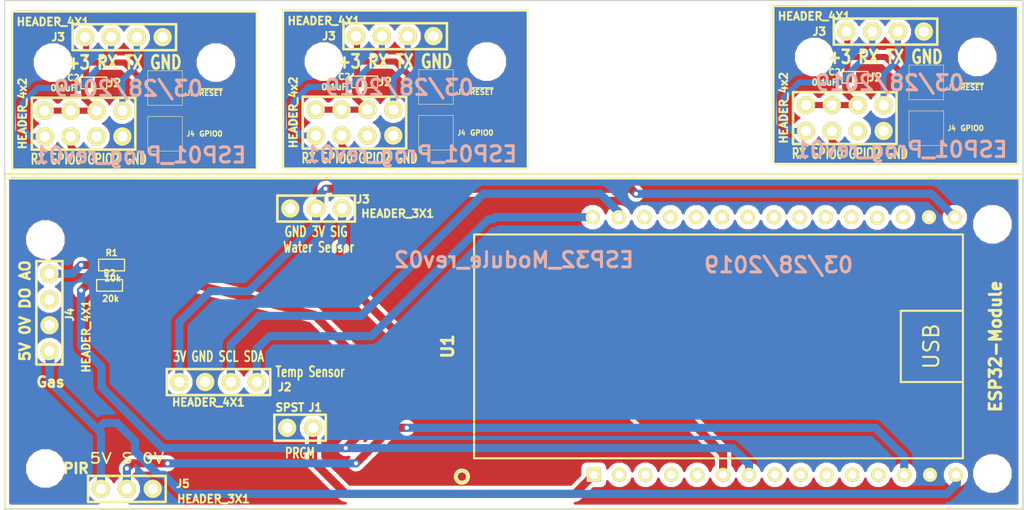
<source format=kicad_pcb>
(kicad_pcb (version 4) (host pcbnew 4.0.7)

  (general
    (links 78)
    (no_connects 11)
    (area 85.54 52.899999 186.100001 153.100001)
    (thickness 1.6)
    (drawings 45)
    (tracks 193)
    (zones 0)
    (modules 33)
    (nets 36)
  )

  (page A)
  (layers
    (0 F.Cu signal)
    (31 B.Cu signal)
    (32 B.Adhes user)
    (33 F.Adhes user)
    (34 B.Paste user)
    (35 F.Paste user)
    (36 B.SilkS user)
    (37 F.SilkS user)
    (38 B.Mask user)
    (39 F.Mask user)
    (40 Dwgs.User user)
    (41 Cmts.User user)
    (42 Eco1.User user)
    (43 Eco2.User user)
    (44 Edge.Cuts user)
  )

  (setup
    (last_trace_width 0.25)
    (user_trace_width 0.25)
    (user_trace_width 0.3)
    (user_trace_width 0.5)
    (user_trace_width 0.6)
    (user_trace_width 0.8)
    (user_trace_width 1)
    (user_trace_width 2)
    (user_trace_width 3)
    (user_trace_width 0.25)
    (user_trace_width 0.3)
    (user_trace_width 0.5)
    (user_trace_width 0.6)
    (user_trace_width 0.8)
    (user_trace_width 1)
    (user_trace_width 2)
    (user_trace_width 3)
    (trace_clearance 0.08)
    (zone_clearance 0.4)
    (zone_45_only yes)
    (trace_min 0.1)
    (segment_width 0.2)
    (edge_width 0.1)
    (via_size 0.7)
    (via_drill 0.4)
    (via_min_size 0.7)
    (via_min_drill 0.4)
    (uvia_size 0.4)
    (uvia_drill 0.127)
    (uvias_allowed no)
    (uvia_min_size 0.4)
    (uvia_min_drill 0.127)
    (pcb_text_width 0.3)
    (pcb_text_size 1.5 1.5)
    (mod_edge_width 0.15)
    (mod_text_size 1 1)
    (mod_text_width 0.15)
    (pad_size 3 3)
    (pad_drill 3)
    (pad_to_mask_clearance 0)
    (pad_to_paste_clearance_ratio -0.1)
    (aux_axis_origin 0 0)
    (visible_elements 7FFFFFFF)
    (pcbplotparams
      (layerselection 0x010fc_80000001)
      (usegerberextensions false)
      (excludeedgelayer true)
      (linewidth 0.050000)
      (plotframeref false)
      (viasonmask false)
      (mode 1)
      (useauxorigin false)
      (hpglpennumber 1)
      (hpglpenspeed 20)
      (hpglpendiameter 15)
      (hpglpenoverlay 2)
      (psnegative false)
      (psa4output false)
      (plotreference true)
      (plotvalue true)
      (plotinvisibletext false)
      (padsonsilk false)
      (subtractmaskfromsilk false)
      (outputformat 1)
      (mirror false)
      (drillshape 0)
      (scaleselection 1)
      (outputdirectory PCB/))
  )

  (net 0 "")
  (net 1 GND)
  (net 2 SDA)
  (net 3 SCL)
  (net 4 "Net-(U1-Pad21)")
  (net 5 "Net-(U1-Pad23)")
  (net 6 "Net-(U1-Pad22)")
  (net 7 "Net-(U1-Pad10)")
  (net 8 "Net-(U1-Pad9)")
  (net 9 "Net-(U1-Pad5)")
  (net 10 "Net-(U1-Pad2)")
  (net 11 "Net-(U1-Pad3)")
  (net 12 "Net-(U1-Pad4)")
  (net 13 "Net-(J1-Pad1)")
  (net 14 VDD)
  (net 15 "Net-(J3-Pad3)")
  (net 16 "Net-(U1-Pad20)")
  (net 17 "Net-(U1-Pad24)")
  (net 18 "Net-(U1-Pad28)")
  (net 19 "Net-(U1-Pad27)")
  (net 20 "Net-(U1-Pad26)")
  (net 21 "Net-(U1-Pad12)")
  (net 22 "Net-(U1-Pad11)")
  (net 23 5V)
  (net 24 "Net-(R1-Pad2)")
  (net 25 "Net-(J5-Pad2)")
  (net 26 "Net-(J4-Pad2)")
  (net 27 "Net-(J4-Pad1)")
  (net 28 "Net-(U1-Pad19)")
  (net 29 "Net-(U1-Pad18)")
  (net 30 "Net-(U1-Pad25)")
  (net 31 "Net-(U1-Pad8)")
  (net 32 ~RST~)
  (net 33 GPIO0)
  (net 34 USARTRX)
  (net 35 USARTTX)

  (net_class Default "This is the default net class."
    (clearance 0.08)
    (trace_width 0.25)
    (via_dia 0.7)
    (via_drill 0.4)
    (uvia_dia 0.4)
    (uvia_drill 0.127)
    (add_net 5V)
    (add_net GND)
    (add_net GPIO0)
    (add_net "Net-(J1-Pad1)")
    (add_net "Net-(J3-Pad3)")
    (add_net "Net-(J4-Pad1)")
    (add_net "Net-(J4-Pad2)")
    (add_net "Net-(J5-Pad2)")
    (add_net "Net-(R1-Pad2)")
    (add_net "Net-(U1-Pad10)")
    (add_net "Net-(U1-Pad11)")
    (add_net "Net-(U1-Pad12)")
    (add_net "Net-(U1-Pad18)")
    (add_net "Net-(U1-Pad19)")
    (add_net "Net-(U1-Pad2)")
    (add_net "Net-(U1-Pad20)")
    (add_net "Net-(U1-Pad21)")
    (add_net "Net-(U1-Pad22)")
    (add_net "Net-(U1-Pad23)")
    (add_net "Net-(U1-Pad24)")
    (add_net "Net-(U1-Pad25)")
    (add_net "Net-(U1-Pad26)")
    (add_net "Net-(U1-Pad27)")
    (add_net "Net-(U1-Pad28)")
    (add_net "Net-(U1-Pad3)")
    (add_net "Net-(U1-Pad4)")
    (add_net "Net-(U1-Pad5)")
    (add_net "Net-(U1-Pad8)")
    (add_net "Net-(U1-Pad9)")
    (add_net SCL)
    (add_net SDA)
    (add_net USARTRX)
    (add_net USARTTX)
    (add_net VDD)
    (add_net ~RST~)
  )

  (module ted_switches:TED_TACTILE_SWITCH_3x3_SMD (layer F.Cu) (tedit 5C86E72F) (tstamp 5C9D526E)
    (at 176.5 115.55 270)
    (path /5C81B267)
    (fp_text reference J4 (at 0 -2.5 360) (layer F.SilkS)
      (effects (font (size 0.508 0.45) (thickness 0.1125)))
    )
    (fp_text value GPIO0 (at 0 -4.5 360) (layer F.SilkS)
      (effects (font (size 0.508 0.508) (thickness 0.127)))
    )
    (fp_line (start 1.7 -1.7) (end 1.7 1.7) (layer F.SilkS) (width 0.0508))
    (fp_line (start -1.7 -1.7) (end -1.7 1.7) (layer F.SilkS) (width 0.0508))
    (fp_line (start -1.7 -1.7) (end 1.7 -1.7) (layer F.SilkS) (width 0.0508))
    (fp_line (start 1.7 1.7) (end -1.7 1.7) (layer F.SilkS) (width 0.0508))
    (pad 4 smd rect (at -1.1 1.8 270) (size 0.6 1) (layers F.Cu F.Paste F.Mask)
      (net 1 GND))
    (pad 2 smd rect (at 1.1 1.8 270) (size 0.6 1) (layers F.Cu F.Paste F.Mask)
      (net 33 GPIO0))
    (pad 3 smd rect (at -1.1 -1.8 270) (size 0.6 1) (layers F.Cu F.Paste F.Mask)
      (net 1 GND))
    (pad 1 smd rect (at 1.1 -1.8 270) (size 0.6 1) (layers F.Cu F.Paste F.Mask)
      (net 33 GPIO0))
  )

  (module ted_switches:TED_TACTILE_SWITCH_3x3_SMD (layer F.Cu) (tedit 5C86E73B) (tstamp 5C9D5263)
    (at 176.5 111.05 90)
    (path /5C81B1FE)
    (fp_text reference J1 (at -0.5 2.5 180) (layer F.SilkS)
      (effects (font (size 0.508 0.45) (thickness 0.1125)))
    )
    (fp_text value ~RESET~ (at -0.5 4.5 180) (layer F.SilkS)
      (effects (font (size 0.508 0.508) (thickness 0.127)))
    )
    (fp_line (start 1.7 -1.7) (end 1.7 1.7) (layer F.SilkS) (width 0.0508))
    (fp_line (start -1.7 -1.7) (end -1.7 1.7) (layer F.SilkS) (width 0.0508))
    (fp_line (start -1.7 -1.7) (end 1.7 -1.7) (layer F.SilkS) (width 0.0508))
    (fp_line (start 1.7 1.7) (end -1.7 1.7) (layer F.SilkS) (width 0.0508))
    (pad 4 smd rect (at -1.1 1.8 90) (size 0.6 1) (layers F.Cu F.Paste F.Mask)
      (net 1 GND))
    (pad 2 smd rect (at 1.1 1.8 90) (size 0.6 1) (layers F.Cu F.Paste F.Mask)
      (net 32 ~RST~))
    (pad 3 smd rect (at -1.1 -1.8 90) (size 0.6 1) (layers F.Cu F.Paste F.Mask)
      (net 1 GND))
    (pad 1 smd rect (at 1.1 -1.8 90) (size 0.6 1) (layers F.Cu F.Paste F.Mask)
      (net 32 ~RST~))
  )

  (module ted_connectors:TED_HEADER_4x2 (layer F.Cu) (tedit 5C86E83E) (tstamp 5C9D5254)
    (at 168.5 114.55)
    (path /5C81B4EE)
    (fp_text reference J2 (at 3 -4) (layer F.SilkS)
      (effects (font (size 0.762 0.762) (thickness 0.1905)))
    )
    (fp_text value HEADER_4x2 (at -6 -1 90) (layer F.SilkS)
      (effects (font (size 0.762 0.762) (thickness 0.1905)))
    )
    (fp_line (start 5.08 -2.54) (end -5.08 -2.54) (layer F.SilkS) (width 0.254))
    (fp_line (start 5.08 -2.54) (end 5.08 2.54) (layer F.SilkS) (width 0.254))
    (fp_line (start 5.08 2.55524) (end -5.08 2.55524) (layer F.SilkS) (width 0.254))
    (fp_line (start -5.08 2.54) (end -5.08 -2.54) (layer F.SilkS) (width 0.254))
    (pad 5 thru_hole circle (at 1.27 1.27) (size 1.8 1.8) (drill 1) (layers *.Cu *.Mask F.SilkS))
    (pad 7 thru_hole circle (at 3.81 1.27) (size 1.8 1.8) (drill 1) (layers *.Cu *.Mask F.SilkS)
      (net 1 GND))
    (pad 3 thru_hole circle (at -1.27 1.27) (size 1.8 1.8) (drill 1) (layers *.Cu *.Mask F.SilkS)
      (net 33 GPIO0))
    (pad 1 thru_hole circle (at -3.81 1.27) (size 1.8 1.8) (drill 1) (layers *.Cu *.Mask F.SilkS)
      (net 34 USARTRX))
    (pad 2 thru_hole circle (at -3.81 -1.27) (size 1.8 1.8) (drill 1) (layers *.Cu *.Mask F.SilkS)
      (net 32 ~RST~))
    (pad 4 thru_hole circle (at -1.27 -1.27) (size 1.8 1.8) (drill 1) (layers *.Cu *.Mask F.SilkS)
      (net 32 ~RST~))
    (pad 8 thru_hole circle (at 3.81 -1.27) (size 1.8 1.8) (drill 1) (layers *.Cu *.Mask F.SilkS)
      (net 35 USARTTX))
    (pad 6 thru_hole circle (at 1.27 -1.27) (size 1.8 1.8) (drill 1) (layers *.Cu *.Mask F.SilkS)
      (net 32 ~RST~))
  )

  (module ted_connectors:TED_HEADER_4x1 (layer F.Cu) (tedit 5C81BE08) (tstamp 5C9D5249)
    (at 172.5 106.05)
    (path /5BE4E6DE)
    (fp_text reference J3 (at -6.5 0) (layer F.SilkS)
      (effects (font (size 0.762 0.762) (thickness 0.1905)))
    )
    (fp_text value HEADER_4X1 (at -7 -1.5) (layer F.SilkS)
      (effects (font (size 0.762 0.762) (thickness 0.1905)))
    )
    (fp_line (start 5.08 -1.27) (end -5.08 -1.27) (layer F.SilkS) (width 0.254))
    (fp_line (start 5.08 -1.27) (end 5.08 1.27) (layer F.SilkS) (width 0.254))
    (fp_line (start 5.08 1.28524) (end -5.08 1.28524) (layer F.SilkS) (width 0.254))
    (fp_line (start -5.08 1.28524) (end -5.08 -1.27508) (layer F.SilkS) (width 0.254))
    (pad 1 thru_hole circle (at -3.85 0) (size 1.8 1.8) (drill 1) (layers *.Cu *.Mask F.SilkS)
      (net 32 ~RST~))
    (pad 2 thru_hole circle (at -1.31 0) (size 1.8 1.8) (drill 1) (layers *.Cu *.Mask F.SilkS)
      (net 34 USARTRX))
    (pad 4 thru_hole circle (at 3.75984 0) (size 1.8 1.8) (drill 1) (layers *.Cu *.Mask F.SilkS)
      (net 1 GND))
    (pad 3 thru_hole circle (at 1.21984 0) (size 1.8 1.8) (drill 1) (layers *.Cu *.Mask F.SilkS)
      (net 35 USARTTX))
  )

  (module ted_capacitors:TED_SM1608_0603_C (layer F.Cu) (tedit 5C86E793) (tstamp 5C9D5240)
    (at 169.5 110.55)
    (descr "SMT capacitor, 0603")
    (path /5C70D18B)
    (fp_text reference C2 (at -2 -0.5) (layer F.SilkS)
      (effects (font (size 0.6 0.6) (thickness 0.15)))
    )
    (fp_text value 0.1uF (at -3 0.5) (layer F.SilkS)
      (effects (font (size 0.6 0.6) (thickness 0.15)))
    )
    (fp_line (start -1.25 -0.57) (end 1.25 -0.57) (layer F.SilkS) (width 0.127))
    (fp_line (start 1.27 -0.57) (end 1.27 0.57) (layer F.SilkS) (width 0.127))
    (fp_line (start 1.25 0.57) (end -1.25 0.57) (layer F.SilkS) (width 0.127))
    (fp_line (start -1.27 0.57) (end -1.27 -0.57) (layer F.SilkS) (width 0.127))
    (pad 2 smd rect (at 0.75184 0) (size 0.89916 1.00076) (layers F.Cu F.Paste F.Mask)
      (net 1 GND) (clearance 0.1))
    (pad 1 smd rect (at -0.75184 0) (size 0.9 1) (layers F.Cu F.Paste F.Mask)
      (net 32 ~RST~) (clearance 0.1))
    (model smd/capacitors/c_0603.wrl
      (at (xyz 0 0 0))
      (scale (xyz 1 1 1))
      (rotate (xyz 0 0 0))
    )
  )

  (module ted_holes:TED_Hole_3mm (layer F.Cu) (tedit 5C86E737) (tstamp 5C9D523C)
    (at 181 108.55)
    (path /5B54EF20)
    (fp_text reference H4 (at -0.05 -2.425) (layer F.SilkS) hide
      (effects (font (size 1 1) (thickness 0.15)))
    )
    (fp_text value HOLE (at -0.5 -3.5) (layer F.SilkS) hide
      (effects (font (size 1 1) (thickness 0.15)))
    )
    (pad "" np_thru_hole circle (at 0.5 0) (size 3 3) (drill 3) (layers *.Cu *.Mask F.SilkS))
  )

  (module ted_holes:TED_Hole_3mm (layer F.Cu) (tedit 5B6DF726) (tstamp 5C9D5238)
    (at 163.5 108.55)
    (path /52A158AA)
    (fp_text reference H2 (at -0.05 -2.425) (layer F.SilkS) hide
      (effects (font (size 1 1) (thickness 0.15)))
    )
    (fp_text value HOLE (at 0.25 2.6) (layer F.SilkS) hide
      (effects (font (size 1 1) (thickness 0.15)))
    )
    (pad "" np_thru_hole circle (at 2 0) (size 3 3) (drill 3) (layers *.Cu *.Mask F.SilkS))
  )

  (module ted_switches:TED_TACTILE_SWITCH_3x3_SMD (layer F.Cu) (tedit 5C86E72F) (tstamp 5C9D4E48)
    (at 128.35 116 270)
    (path /5C81B267)
    (fp_text reference J4 (at 0 -2.5 360) (layer F.SilkS)
      (effects (font (size 0.508 0.45) (thickness 0.1125)))
    )
    (fp_text value GPIO0 (at 0 -4.5 360) (layer F.SilkS)
      (effects (font (size 0.508 0.508) (thickness 0.127)))
    )
    (fp_line (start 1.7 -1.7) (end 1.7 1.7) (layer F.SilkS) (width 0.0508))
    (fp_line (start -1.7 -1.7) (end -1.7 1.7) (layer F.SilkS) (width 0.0508))
    (fp_line (start -1.7 -1.7) (end 1.7 -1.7) (layer F.SilkS) (width 0.0508))
    (fp_line (start 1.7 1.7) (end -1.7 1.7) (layer F.SilkS) (width 0.0508))
    (pad 4 smd rect (at -1.1 1.8 270) (size 0.6 1) (layers F.Cu F.Paste F.Mask)
      (net 1 GND))
    (pad 2 smd rect (at 1.1 1.8 270) (size 0.6 1) (layers F.Cu F.Paste F.Mask)
      (net 33 GPIO0))
    (pad 3 smd rect (at -1.1 -1.8 270) (size 0.6 1) (layers F.Cu F.Paste F.Mask)
      (net 1 GND))
    (pad 1 smd rect (at 1.1 -1.8 270) (size 0.6 1) (layers F.Cu F.Paste F.Mask)
      (net 33 GPIO0))
  )

  (module ted_switches:TED_TACTILE_SWITCH_3x3_SMD (layer F.Cu) (tedit 5C86E73B) (tstamp 5C9D4E3D)
    (at 128.35 111.5 90)
    (path /5C81B1FE)
    (fp_text reference J1 (at -0.5 2.5 180) (layer F.SilkS)
      (effects (font (size 0.508 0.45) (thickness 0.1125)))
    )
    (fp_text value ~RESET~ (at -0.5 4.5 180) (layer F.SilkS)
      (effects (font (size 0.508 0.508) (thickness 0.127)))
    )
    (fp_line (start 1.7 -1.7) (end 1.7 1.7) (layer F.SilkS) (width 0.0508))
    (fp_line (start -1.7 -1.7) (end -1.7 1.7) (layer F.SilkS) (width 0.0508))
    (fp_line (start -1.7 -1.7) (end 1.7 -1.7) (layer F.SilkS) (width 0.0508))
    (fp_line (start 1.7 1.7) (end -1.7 1.7) (layer F.SilkS) (width 0.0508))
    (pad 4 smd rect (at -1.1 1.8 90) (size 0.6 1) (layers F.Cu F.Paste F.Mask)
      (net 1 GND))
    (pad 2 smd rect (at 1.1 1.8 90) (size 0.6 1) (layers F.Cu F.Paste F.Mask)
      (net 32 ~RST~))
    (pad 3 smd rect (at -1.1 -1.8 90) (size 0.6 1) (layers F.Cu F.Paste F.Mask)
      (net 1 GND))
    (pad 1 smd rect (at 1.1 -1.8 90) (size 0.6 1) (layers F.Cu F.Paste F.Mask)
      (net 32 ~RST~))
  )

  (module ted_connectors:TED_HEADER_4x2 (layer F.Cu) (tedit 5C86E83E) (tstamp 5C9D4E2E)
    (at 120.35 115)
    (path /5C81B4EE)
    (fp_text reference J2 (at 3 -4) (layer F.SilkS)
      (effects (font (size 0.762 0.762) (thickness 0.1905)))
    )
    (fp_text value HEADER_4x2 (at -6 -1 90) (layer F.SilkS)
      (effects (font (size 0.762 0.762) (thickness 0.1905)))
    )
    (fp_line (start 5.08 -2.54) (end -5.08 -2.54) (layer F.SilkS) (width 0.254))
    (fp_line (start 5.08 -2.54) (end 5.08 2.54) (layer F.SilkS) (width 0.254))
    (fp_line (start 5.08 2.55524) (end -5.08 2.55524) (layer F.SilkS) (width 0.254))
    (fp_line (start -5.08 2.54) (end -5.08 -2.54) (layer F.SilkS) (width 0.254))
    (pad 5 thru_hole circle (at 1.27 1.27) (size 1.8 1.8) (drill 1) (layers *.Cu *.Mask F.SilkS))
    (pad 7 thru_hole circle (at 3.81 1.27) (size 1.8 1.8) (drill 1) (layers *.Cu *.Mask F.SilkS)
      (net 1 GND))
    (pad 3 thru_hole circle (at -1.27 1.27) (size 1.8 1.8) (drill 1) (layers *.Cu *.Mask F.SilkS)
      (net 33 GPIO0))
    (pad 1 thru_hole circle (at -3.81 1.27) (size 1.8 1.8) (drill 1) (layers *.Cu *.Mask F.SilkS)
      (net 34 USARTRX))
    (pad 2 thru_hole circle (at -3.81 -1.27) (size 1.8 1.8) (drill 1) (layers *.Cu *.Mask F.SilkS)
      (net 32 ~RST~))
    (pad 4 thru_hole circle (at -1.27 -1.27) (size 1.8 1.8) (drill 1) (layers *.Cu *.Mask F.SilkS)
      (net 32 ~RST~))
    (pad 8 thru_hole circle (at 3.81 -1.27) (size 1.8 1.8) (drill 1) (layers *.Cu *.Mask F.SilkS)
      (net 35 USARTTX))
    (pad 6 thru_hole circle (at 1.27 -1.27) (size 1.8 1.8) (drill 1) (layers *.Cu *.Mask F.SilkS)
      (net 32 ~RST~))
  )

  (module ted_connectors:TED_HEADER_4x1 (layer F.Cu) (tedit 5C81BE08) (tstamp 5C9D4E23)
    (at 124.35 106.5)
    (path /5BE4E6DE)
    (fp_text reference J3 (at -6.5 0) (layer F.SilkS)
      (effects (font (size 0.762 0.762) (thickness 0.1905)))
    )
    (fp_text value HEADER_4X1 (at -7 -1.5) (layer F.SilkS)
      (effects (font (size 0.762 0.762) (thickness 0.1905)))
    )
    (fp_line (start 5.08 -1.27) (end -5.08 -1.27) (layer F.SilkS) (width 0.254))
    (fp_line (start 5.08 -1.27) (end 5.08 1.27) (layer F.SilkS) (width 0.254))
    (fp_line (start 5.08 1.28524) (end -5.08 1.28524) (layer F.SilkS) (width 0.254))
    (fp_line (start -5.08 1.28524) (end -5.08 -1.27508) (layer F.SilkS) (width 0.254))
    (pad 1 thru_hole circle (at -3.85 0) (size 1.8 1.8) (drill 1) (layers *.Cu *.Mask F.SilkS)
      (net 32 ~RST~))
    (pad 2 thru_hole circle (at -1.31 0) (size 1.8 1.8) (drill 1) (layers *.Cu *.Mask F.SilkS)
      (net 34 USARTRX))
    (pad 4 thru_hole circle (at 3.75984 0) (size 1.8 1.8) (drill 1) (layers *.Cu *.Mask F.SilkS)
      (net 1 GND))
    (pad 3 thru_hole circle (at 1.21984 0) (size 1.8 1.8) (drill 1) (layers *.Cu *.Mask F.SilkS)
      (net 35 USARTTX))
  )

  (module ted_capacitors:TED_SM1608_0603_C (layer F.Cu) (tedit 5C86E793) (tstamp 5C9D4E1A)
    (at 121.35 111)
    (descr "SMT capacitor, 0603")
    (path /5C70D18B)
    (fp_text reference C2 (at -2 -0.5) (layer F.SilkS)
      (effects (font (size 0.6 0.6) (thickness 0.15)))
    )
    (fp_text value 0.1uF (at -3 0.5) (layer F.SilkS)
      (effects (font (size 0.6 0.6) (thickness 0.15)))
    )
    (fp_line (start -1.25 -0.57) (end 1.25 -0.57) (layer F.SilkS) (width 0.127))
    (fp_line (start 1.27 -0.57) (end 1.27 0.57) (layer F.SilkS) (width 0.127))
    (fp_line (start 1.25 0.57) (end -1.25 0.57) (layer F.SilkS) (width 0.127))
    (fp_line (start -1.27 0.57) (end -1.27 -0.57) (layer F.SilkS) (width 0.127))
    (pad 2 smd rect (at 0.75184 0) (size 0.89916 1.00076) (layers F.Cu F.Paste F.Mask)
      (net 1 GND) (clearance 0.1))
    (pad 1 smd rect (at -0.75184 0) (size 0.9 1) (layers F.Cu F.Paste F.Mask)
      (net 32 ~RST~) (clearance 0.1))
    (model smd/capacitors/c_0603.wrl
      (at (xyz 0 0 0))
      (scale (xyz 1 1 1))
      (rotate (xyz 0 0 0))
    )
  )

  (module ted_holes:TED_Hole_3mm (layer F.Cu) (tedit 5C86E737) (tstamp 5C9D4E16)
    (at 132.85 109)
    (path /5B54EF20)
    (fp_text reference H4 (at -0.05 -2.425) (layer F.SilkS) hide
      (effects (font (size 1 1) (thickness 0.15)))
    )
    (fp_text value HOLE (at -0.5 -3.5) (layer F.SilkS) hide
      (effects (font (size 1 1) (thickness 0.15)))
    )
    (pad "" np_thru_hole circle (at 0.5 0) (size 3 3) (drill 3) (layers *.Cu *.Mask F.SilkS))
  )

  (module ted_holes:TED_Hole_3mm (layer F.Cu) (tedit 5B6DF726) (tstamp 5C9D4E12)
    (at 115.35 109)
    (path /52A158AA)
    (fp_text reference H2 (at -0.05 -2.425) (layer F.SilkS) hide
      (effects (font (size 1 1) (thickness 0.15)))
    )
    (fp_text value HOLE (at 0.25 2.6) (layer F.SilkS) hide
      (effects (font (size 1 1) (thickness 0.15)))
    )
    (pad "" np_thru_hole circle (at 2 0) (size 3 3) (drill 3) (layers *.Cu *.Mask F.SilkS))
  )

  (module ted_holes:TED_Hole_3mm (layer F.Cu) (tedit 5B6E23D4) (tstamp 597A62AE)
    (at 89 149)
    (path /5B54EF19)
    (fp_text reference H1 (at -0.05 -2.425) (layer F.SilkS) hide
      (effects (font (size 1 1) (thickness 0.15)))
    )
    (fp_text value HOLE (at 0.25 2.6) (layer F.SilkS) hide
      (effects (font (size 1 1) (thickness 0.15)))
    )
    (pad "" np_thru_hole circle (at 1 0) (size 3 3) (drill 3) (layers *.Cu *.Mask F.SilkS))
  )

  (module ted_holes:TED_Hole_3mm (layer F.Cu) (tedit 5B6DF726) (tstamp 597A62B2)
    (at 88 126.5)
    (path /52A158AA)
    (fp_text reference H2 (at -0.05 -2.425) (layer F.SilkS) hide
      (effects (font (size 1 1) (thickness 0.15)))
    )
    (fp_text value HOLE (at 0.25 2.6) (layer F.SilkS) hide
      (effects (font (size 1 1) (thickness 0.15)))
    )
    (pad "" np_thru_hole circle (at 2 0) (size 3 3) (drill 3) (layers *.Cu *.Mask F.SilkS))
  )

  (module ted_holes:TED_Hole_3mm (layer F.Cu) (tedit 0) (tstamp 597A62B6)
    (at 183 149.5)
    (path /540F9640)
    (fp_text reference H3 (at -0.05 -2.425) (layer F.SilkS) hide
      (effects (font (size 1 1) (thickness 0.15)))
    )
    (fp_text value HOLE (at 0.25 2.6) (layer F.SilkS) hide
      (effects (font (size 1 1) (thickness 0.15)))
    )
    (pad "" np_thru_hole circle (at 0 0) (size 3 3) (drill 3) (layers *.Cu *.Mask F.SilkS))
  )

  (module ted_holes:TED_Hole_3mm (layer F.Cu) (tedit 0) (tstamp 597A62BA)
    (at 183 125)
    (path /5B54EF20)
    (fp_text reference H4 (at -0.05 -2.425) (layer F.SilkS) hide
      (effects (font (size 1 1) (thickness 0.15)))
    )
    (fp_text value HOLE (at 0.25 2.6) (layer F.SilkS) hide
      (effects (font (size 1 1) (thickness 0.15)))
    )
    (pad "" np_thru_hole circle (at 0 0) (size 3 3) (drill 3) (layers *.Cu *.Mask F.SilkS))
  )

  (module ted_connectors:TED_DIPSWITCH_1 (layer F.Cu) (tedit 5BF59DBF) (tstamp 5BF33DC5)
    (at 115 145 180)
    (path /5BF35530)
    (fp_text reference J1 (at -1.5 2 180) (layer F.SilkS)
      (effects (font (size 0.762 0.762) (thickness 0.1905)))
    )
    (fp_text value SPST (at 1 2 180) (layer F.SilkS)
      (effects (font (size 0.762 0.762) (thickness 0.1905)))
    )
    (fp_line (start 2.5 -1.27) (end -2.5 -1.27) (layer F.SilkS) (width 0.254))
    (fp_line (start 2.52 -1.27) (end 2.52 1.27) (layer F.SilkS) (width 0.254))
    (fp_line (start 2.5 1.28524) (end -2.5 1.28524) (layer F.SilkS) (width 0.254))
    (fp_line (start -2.53524 1.28524) (end -2.53524 -1.27508) (layer F.SilkS) (width 0.254))
    (pad 2 thru_hole circle (at 1.25984 0 180) (size 1.8 1.8) (drill 1) (layers *.Cu *.Mask F.SilkS)
      (net 1 GND))
    (pad 1 thru_hole circle (at -1.28016 0 180) (size 1.8 1.8) (drill 1) (layers *.Cu *.Mask F.SilkS)
      (net 13 "Net-(J1-Pad1)"))
  )

  (module ted_connectors:TED_HEADER_3x1 (layer F.Cu) (tedit 5BF59D62) (tstamp 5BF48E21)
    (at 116.586 123.444)
    (path /5BF48DD3)
    (fp_text reference J3 (at 4.6 -0.9) (layer F.SilkS)
      (effects (font (size 0.762 0.762) (thickness 0.1905)))
    )
    (fp_text value HEADER_3X1 (at 8 0.5) (layer F.SilkS)
      (effects (font (size 0.762 0.762) (thickness 0.1905)))
    )
    (fp_line (start 3.81 -1.27) (end -3.81 -1.27) (layer F.SilkS) (width 0.254))
    (fp_line (start 3.81 -1.27) (end 3.81 1.27) (layer F.SilkS) (width 0.254))
    (fp_line (start 3.81 1.28524) (end -3.81 1.28524) (layer F.SilkS) (width 0.254))
    (fp_line (start -3.81 1.28524) (end -3.81 -1.27508) (layer F.SilkS) (width 0.254))
    (pad 3 thru_hole circle (at 2.54 0) (size 1.8 1.8) (drill 1) (layers *.Cu *.Mask F.SilkS)
      (net 15 "Net-(J3-Pad3)"))
    (pad 2 thru_hole circle (at 0 0) (size 1.8 1.8) (drill 1) (layers *.Cu *.Mask F.SilkS)
      (net 14 VDD))
    (pad 1 thru_hole circle (at -2.54 0) (size 1.8 1.8) (drill 1) (layers *.Cu *.Mask F.SilkS)
      (net 1 GND))
  )

  (module ted_connectors:TED_HEADER_3x1 (layer F.Cu) (tedit 5C9D4C68) (tstamp 5BF4A436)
    (at 98 151)
    (path /5BF492FF)
    (fp_text reference J5 (at 5.5 -0.5) (layer F.SilkS)
      (effects (font (size 0.762 0.762) (thickness 0.1905)))
    )
    (fp_text value HEADER_3X1 (at 8.5 1) (layer F.SilkS)
      (effects (font (size 0.762 0.762) (thickness 0.1905)))
    )
    (fp_line (start 3.81 -1.27) (end -3.81 -1.27) (layer F.SilkS) (width 0.254))
    (fp_line (start 3.81 -1.27) (end 3.81 1.27) (layer F.SilkS) (width 0.254))
    (fp_line (start 3.81 1.28524) (end -3.81 1.28524) (layer F.SilkS) (width 0.254))
    (fp_line (start -3.81 1.28524) (end -3.81 -1.27508) (layer F.SilkS) (width 0.254))
    (pad 3 thru_hole circle (at 2.54 0) (size 1.8 1.8) (drill 1) (layers *.Cu *.Mask F.SilkS)
      (net 1 GND))
    (pad 2 thru_hole circle (at 0 0) (size 1.8 1.8) (drill 1) (layers *.Cu *.Mask F.SilkS)
      (net 25 "Net-(J5-Pad2)"))
    (pad 1 thru_hole circle (at -2.54 0) (size 1.8 1.8) (drill 1) (layers *.Cu *.Mask F.SilkS)
      (net 23 5V))
  )

  (module ted_resistors:TED_SM0603_R (layer F.Cu) (tedit 590515EF) (tstamp 5BF4A43C)
    (at 96.5 129)
    (descr "SMT resistor, 0603")
    (path /5BF4A045)
    (fp_text reference R1 (at 0 -1.2) (layer F.SilkS)
      (effects (font (size 0.6 0.6) (thickness 0.15)))
    )
    (fp_text value 10k (at 0.1 1.3) (layer F.SilkS)
      (effects (font (size 0.6 0.6) (thickness 0.15)))
    )
    (fp_line (start -1.27 -0.57) (end -1.27 0.57) (layer F.SilkS) (width 0.127))
    (fp_line (start 1.27 -0.57) (end 1.27 0.57) (layer F.SilkS) (width 0.127))
    (fp_line (start -1.25 -0.57) (end 1.25 -0.57) (layer F.SilkS) (width 0.127))
    (fp_line (start 1.25 0.57) (end -1.25 0.57) (layer F.SilkS) (width 0.127))
    (pad 2 smd rect (at 0.75184 0) (size 0.89916 1.00076) (layers F.Cu F.Paste F.Mask)
      (net 24 "Net-(R1-Pad2)") (clearance 0.1))
    (pad 1 smd rect (at -0.75184 0) (size 0.89916 1.00076) (layers F.Cu F.Paste F.Mask)
      (net 27 "Net-(J4-Pad1)") (clearance 0.1))
    (model smd/capacitors/c_0603.wrl
      (at (xyz 0 0 0))
      (scale (xyz 1 1 1))
      (rotate (xyz 0 0 0))
    )
  )

  (module ted_resistors:TED_SM0603_R (layer F.Cu) (tedit 590515EF) (tstamp 5BF4A442)
    (at 96.3 131)
    (descr "SMT resistor, 0603")
    (path /5BF4A142)
    (fp_text reference R2 (at 0 -1.2) (layer F.SilkS)
      (effects (font (size 0.6 0.6) (thickness 0.15)))
    )
    (fp_text value 20k (at 0.1 1.3) (layer F.SilkS)
      (effects (font (size 0.6 0.6) (thickness 0.15)))
    )
    (fp_line (start -1.27 -0.57) (end -1.27 0.57) (layer F.SilkS) (width 0.127))
    (fp_line (start 1.27 -0.57) (end 1.27 0.57) (layer F.SilkS) (width 0.127))
    (fp_line (start -1.25 -0.57) (end 1.25 -0.57) (layer F.SilkS) (width 0.127))
    (fp_line (start 1.25 0.57) (end -1.25 0.57) (layer F.SilkS) (width 0.127))
    (pad 2 smd rect (at 0.75184 0) (size 0.89916 1.00076) (layers F.Cu F.Paste F.Mask)
      (net 1 GND) (clearance 0.1))
    (pad 1 smd rect (at -0.75184 0) (size 0.89916 1.00076) (layers F.Cu F.Paste F.Mask)
      (net 24 "Net-(R1-Pad2)") (clearance 0.1))
    (model smd/capacitors/c_0603.wrl
      (at (xyz 0 0 0))
      (scale (xyz 1 1 1))
      (rotate (xyz 0 0 0))
    )
  )

  (module ted_connectors:TED_HEADER_4x1 (layer F.Cu) (tedit 5BF59DB8) (tstamp 5BF59BEB)
    (at 107 140.5)
    (path /5BF59B00)
    (fp_text reference J2 (at 6.5 0.5) (layer F.SilkS)
      (effects (font (size 0.762 0.762) (thickness 0.1905)))
    )
    (fp_text value HEADER_4X1 (at -1 2) (layer F.SilkS)
      (effects (font (size 0.762 0.762) (thickness 0.1905)))
    )
    (fp_line (start 5.08 -1.27) (end -5.08 -1.27) (layer F.SilkS) (width 0.254))
    (fp_line (start 5.08 -1.27) (end 5.08 1.27) (layer F.SilkS) (width 0.254))
    (fp_line (start 5.08 1.28524) (end -5.08 1.28524) (layer F.SilkS) (width 0.254))
    (fp_line (start -5.08 1.28524) (end -5.08 -1.27508) (layer F.SilkS) (width 0.254))
    (pad 1 thru_hole circle (at -3.85 0) (size 1.8 1.8) (drill 1) (layers *.Cu *.Mask F.SilkS)
      (net 14 VDD))
    (pad 2 thru_hole circle (at -1.31 0) (size 1.8 1.8) (drill 1) (layers *.Cu *.Mask F.SilkS)
      (net 1 GND))
    (pad 4 thru_hole circle (at 3.75984 0) (size 1.8 1.8) (drill 1) (layers *.Cu *.Mask F.SilkS)
      (net 2 SDA))
    (pad 3 thru_hole circle (at 1.21984 0) (size 1.8 1.8) (drill 1) (layers *.Cu *.Mask F.SilkS)
      (net 3 SCL))
  )

  (module ted_connectors:TED_HEADER_4x1 (layer F.Cu) (tedit 5BF59C13) (tstamp 5BF59BF2)
    (at 90.4 133.7 270)
    (path /5BF59E5D)
    (fp_text reference J4 (at 0.1778 -1.98628 270) (layer F.SilkS)
      (effects (font (size 0.762 0.762) (thickness 0.1905)))
    )
    (fp_text value HEADER_4X1 (at 2.3 -3.6 270) (layer F.SilkS)
      (effects (font (size 0.762 0.762) (thickness 0.1905)))
    )
    (fp_line (start 5.08 -1.27) (end -5.08 -1.27) (layer F.SilkS) (width 0.254))
    (fp_line (start 5.08 -1.27) (end 5.08 1.27) (layer F.SilkS) (width 0.254))
    (fp_line (start 5.08 1.28524) (end -5.08 1.28524) (layer F.SilkS) (width 0.254))
    (fp_line (start -5.08 1.28524) (end -5.08 -1.27508) (layer F.SilkS) (width 0.254))
    (pad 1 thru_hole circle (at -3.85 0 270) (size 1.8 1.8) (drill 1) (layers *.Cu *.Mask F.SilkS)
      (net 27 "Net-(J4-Pad1)"))
    (pad 2 thru_hole circle (at -1.31 0 270) (size 1.8 1.8) (drill 1) (layers *.Cu *.Mask F.SilkS)
      (net 26 "Net-(J4-Pad2)"))
    (pad 4 thru_hole circle (at 3.75984 0 270) (size 1.8 1.8) (drill 1) (layers *.Cu *.Mask F.SilkS)
      (net 23 5V))
    (pad 3 thru_hole circle (at 1.21984 0 270) (size 1.8 1.8) (drill 1) (layers *.Cu *.Mask F.SilkS)
      (net 1 GND))
  )

  (module ted_ICs:TED_ESP32_Module_30pin (layer F.Cu) (tedit 5C1C3AC3) (tstamp 5C1D53E1)
    (at 156.5 137)
    (path /5C1C373F)
    (fp_text reference U1 (at -27 0 90) (layer F.SilkS)
      (effects (font (size 1.143 1.143) (thickness 0.28575)))
    )
    (fp_text value ESP32-Module (at 26.8 0 90) (layer F.SilkS)
      (effects (font (size 1.143 1.143) (thickness 0.28448)))
    )
    (fp_text user USB (at 20.5 0 90) (layer F.SilkS)
      (effects (font (size 1.5 1.5) (thickness 0.2)))
    )
    (fp_line (start 23.5 -3.5) (end 17.5 -3.5) (layer F.SilkS) (width 0.2))
    (fp_line (start 17.5 -3.5) (end 17.5 3.5) (layer F.SilkS) (width 0.2))
    (fp_line (start 17.5 3.5) (end 23.5 3.5) (layer F.SilkS) (width 0.2))
    (fp_circle (center -25.6 12.8) (end -25 12.8) (layer F.SilkS) (width 0.4))
    (fp_line (start -24.4 -11) (end 23.6 -11) (layer F.SilkS) (width 0.2))
    (fp_line (start 23.6 -11) (end 23.6 11) (layer F.SilkS) (width 0.2))
    (fp_line (start 23.6 11) (end -24.4 11) (layer F.SilkS) (width 0.2))
    (fp_line (start -24.4 11) (end -24.4 -11) (layer F.SilkS) (width 0.2))
    (pad 21 thru_hole circle (at 10.1092 -12.7) (size 1.397 1.397) (drill 0.8) (layers *.Cu *.Mask F.SilkS)
      (net 4 "Net-(U1-Pad21)") (clearance 0.5))
    (pad 20 thru_hole circle (at 12.6492 -12.7) (size 1.397 1.397) (drill 0.8) (layers *.Cu *.Mask F.SilkS)
      (net 16 "Net-(U1-Pad20)") (clearance 0.5))
    (pad 22 thru_hole circle (at 7.5692 -12.7) (size 1.397 1.397) (drill 0.8) (layers *.Cu *.Mask F.SilkS)
      (net 6 "Net-(U1-Pad22)") (clearance 0.5))
    (pad 23 thru_hole circle (at 5.0292 -12.7) (size 1.397 1.397) (drill 0.8) (layers *.Cu *.Mask F.SilkS)
      (net 5 "Net-(U1-Pad23)") (clearance 0.5))
    (pad 24 thru_hole circle (at 2.4892 -12.7) (size 1.397 1.397) (drill 0.8) (layers *.Cu *.Mask F.SilkS)
      (net 17 "Net-(U1-Pad24)") (clearance 0.5))
    (pad 15 thru_hole circle (at 22.9108 12.6238) (size 1.397 1.397) (drill 0.8) (layers *.Cu *.Mask F.SilkS)
      (net 23 5V) (clearance 0.5))
    (pad 16 thru_hole circle (at 22.8092 -12.7) (size 1.397 1.397) (drill 0.8) (layers *.Cu *.Mask F.SilkS)
      (net 14 VDD) (clearance 0.5))
    (pad 17 thru_hole circle (at 20.2692 -12.7) (size 1.397 1.397) (drill 0.8) (layers *.Cu *.Mask F.SilkS)
      (net 1 GND) (clearance 0.5))
    (pad 19 thru_hole circle (at 15.1892 -12.6492) (size 1.397 1.397) (drill 0.8) (layers *.Cu *.Mask F.SilkS)
      (net 28 "Net-(U1-Pad19)") (clearance 0.5))
    (pad 18 thru_hole circle (at 17.7292 -12.7) (size 1.397 1.397) (drill 0.8) (layers *.Cu *.Mask F.SilkS)
      (net 29 "Net-(U1-Pad18)") (clearance 0.5))
    (pad 30 thru_hole circle (at -12.7508 -12.7) (size 1.397 1.397) (drill 0.8) (layers *.Cu *.Mask F.SilkS)
      (net 2 SDA) (clearance 0.5))
    (pad 29 thru_hole circle (at -10.2108 -12.7) (size 1.397 1.397) (drill 0.8) (layers *.Cu *.Mask F.SilkS)
      (net 3 SCL) (clearance 0.5))
    (pad 28 thru_hole circle (at -7.6708 -12.7) (size 1.397 1.397) (drill 0.8) (layers *.Cu *.Mask F.SilkS)
      (net 18 "Net-(U1-Pad28)") (clearance 0.5))
    (pad 27 thru_hole circle (at -5.1308 -12.7) (size 1.397 1.397) (drill 0.8) (layers *.Cu *.Mask F.SilkS)
      (net 19 "Net-(U1-Pad27)") (clearance 0.5))
    (pad 25 thru_hole circle (at -0.0508 -12.7) (size 1.397 1.397) (drill 0.8) (layers *.Cu *.Mask F.SilkS)
      (net 30 "Net-(U1-Pad25)") (clearance 0.5))
    (pad 26 thru_hole circle (at -2.5908 -12.7) (size 1.397 1.397) (drill 0.8) (layers *.Cu *.Mask F.SilkS)
      (net 20 "Net-(U1-Pad26)") (clearance 0.5))
    (pad 13 thru_hole circle (at 17.8308 12.6238) (size 1.397 1.397) (drill 0.8) (layers *.Cu *.Mask F.SilkS)
      (net 25 "Net-(J5-Pad2)") (clearance 0.5))
    (pad 14 thru_hole circle (at 20.3708 12.6238) (size 1.397 1.397) (drill 0.8) (layers *.Cu *.Mask F.SilkS)
      (net 1 GND) (clearance 0.5))
    (pad 12 thru_hole circle (at 15.2908 12.6238) (size 1.397 1.397) (drill 0.8) (layers *.Cu *.Mask F.SilkS)
      (net 21 "Net-(U1-Pad12)") (clearance 0.5))
    (pad 11 thru_hole circle (at 12.7508 12.6238) (size 1.397 1.397) (drill 0.8) (layers *.Cu *.Mask F.SilkS)
      (net 22 "Net-(U1-Pad11)") (clearance 0.5))
    (pad 10 thru_hole circle (at 10.2108 12.6238) (size 1.397 1.397) (drill 0.8) (layers *.Cu *.Mask F.SilkS)
      (net 7 "Net-(U1-Pad10)") (clearance 0.5))
    (pad 1 thru_hole rect (at -12.6492 12.6238) (size 1.397 1.397) (drill 0.8) (layers *.Cu *.Mask F.SilkS)
      (net 13 "Net-(J1-Pad1)") (clearance 0.5))
    (pad 2 thru_hole circle (at -10.1392 12.6238) (size 1.397 1.397) (drill 0.8) (layers *.Cu *.Mask F.SilkS)
      (net 10 "Net-(U1-Pad2)") (clearance 0.5))
    (pad 3 thru_hole circle (at -7.5692 12.6238) (size 1.397 1.397) (drill 0.8) (layers *.Cu *.Mask F.SilkS)
      (net 11 "Net-(U1-Pad3)") (clearance 0.5))
    (pad 4 thru_hole circle (at -5.0292 12.6238) (size 1.397 1.397) (drill 0.8) (layers *.Cu *.Mask F.SilkS)
      (net 12 "Net-(U1-Pad4)") (clearance 0.5))
    (pad 5 thru_hole circle (at -2.4892 12.6238) (size 1.397 1.397) (drill 0.8) (layers *.Cu *.Mask F.SilkS)
      (net 9 "Net-(U1-Pad5)") (clearance 0.5))
    (pad 6 thru_hole circle (at 0.0508 12.6238) (size 1.397 1.397) (drill 0.8) (layers *.Cu *.Mask F.SilkS)
      (net 15 "Net-(J3-Pad3)") (clearance 0.5))
    (pad 7 thru_hole circle (at 2.5908 12.6238) (size 1.397 1.397) (drill 0.8) (layers *.Cu *.Mask F.SilkS)
      (net 24 "Net-(R1-Pad2)") (clearance 0.5))
    (pad 9 thru_hole circle (at 7.6708 12.6238) (size 1.397 1.397) (drill 0.8) (layers *.Cu *.Mask F.SilkS)
      (net 8 "Net-(U1-Pad9)") (clearance 0.5))
    (pad 8 thru_hole circle (at 5.1308 12.6238) (size 1.397 1.397) (drill 0.8) (layers *.Cu *.Mask F.SilkS)
      (net 31 "Net-(U1-Pad8)") (clearance 0.5))
    (model dil/dil_14.wrl
      (at (xyz 0 0 0))
      (scale (xyz 1 1 1))
      (rotate (xyz 0 0 0))
    )
  )

  (module ted_holes:TED_Hole_3mm (layer F.Cu) (tedit 5B6DF726) (tstamp 597A62B2)
    (at 88.75 109.1)
    (path /52A158AA)
    (fp_text reference H2 (at -0.05 -2.425) (layer F.SilkS) hide
      (effects (font (size 1 1) (thickness 0.15)))
    )
    (fp_text value HOLE (at 0.25 2.6) (layer F.SilkS) hide
      (effects (font (size 1 1) (thickness 0.15)))
    )
    (pad "" np_thru_hole circle (at 2 0) (size 3 3) (drill 3) (layers *.Cu *.Mask F.SilkS))
  )

  (module ted_holes:TED_Hole_3mm (layer F.Cu) (tedit 5C86E737) (tstamp 597A62BA)
    (at 106.25 109.1)
    (path /5B54EF20)
    (fp_text reference H4 (at -0.05 -2.425) (layer F.SilkS) hide
      (effects (font (size 1 1) (thickness 0.15)))
    )
    (fp_text value HOLE (at -0.5 -3.5) (layer F.SilkS) hide
      (effects (font (size 1 1) (thickness 0.15)))
    )
    (pad "" np_thru_hole circle (at 0.5 0) (size 3 3) (drill 3) (layers *.Cu *.Mask F.SilkS))
  )

  (module ted_capacitors:TED_SM1608_0603_C (layer F.Cu) (tedit 5C86E793) (tstamp 5BE63A6E)
    (at 94.75 111.1)
    (descr "SMT capacitor, 0603")
    (path /5C70D18B)
    (fp_text reference C2 (at -2 -0.5) (layer F.SilkS)
      (effects (font (size 0.6 0.6) (thickness 0.15)))
    )
    (fp_text value 0.1uF (at -3 0.5) (layer F.SilkS)
      (effects (font (size 0.6 0.6) (thickness 0.15)))
    )
    (fp_line (start -1.25 -0.57) (end 1.25 -0.57) (layer F.SilkS) (width 0.127))
    (fp_line (start 1.27 -0.57) (end 1.27 0.57) (layer F.SilkS) (width 0.127))
    (fp_line (start 1.25 0.57) (end -1.25 0.57) (layer F.SilkS) (width 0.127))
    (fp_line (start -1.27 0.57) (end -1.27 -0.57) (layer F.SilkS) (width 0.127))
    (pad 2 smd rect (at 0.75184 0) (size 0.89916 1.00076) (layers F.Cu F.Paste F.Mask)
      (net 1 GND) (clearance 0.1))
    (pad 1 smd rect (at -0.75184 0) (size 0.9 1) (layers F.Cu F.Paste F.Mask)
      (net 32 ~RST~) (clearance 0.1))
    (model smd/capacitors/c_0603.wrl
      (at (xyz 0 0 0))
      (scale (xyz 1 1 1))
      (rotate (xyz 0 0 0))
    )
  )

  (module ted_connectors:TED_HEADER_4x1 (layer F.Cu) (tedit 5C81BE08) (tstamp 5BE63BB3)
    (at 97.75 106.6)
    (path /5BE4E6DE)
    (fp_text reference J3 (at -6.5 0) (layer F.SilkS)
      (effects (font (size 0.762 0.762) (thickness 0.1905)))
    )
    (fp_text value HEADER_4X1 (at -7 -1.5) (layer F.SilkS)
      (effects (font (size 0.762 0.762) (thickness 0.1905)))
    )
    (fp_line (start 5.08 -1.27) (end -5.08 -1.27) (layer F.SilkS) (width 0.254))
    (fp_line (start 5.08 -1.27) (end 5.08 1.27) (layer F.SilkS) (width 0.254))
    (fp_line (start 5.08 1.28524) (end -5.08 1.28524) (layer F.SilkS) (width 0.254))
    (fp_line (start -5.08 1.28524) (end -5.08 -1.27508) (layer F.SilkS) (width 0.254))
    (pad 1 thru_hole circle (at -3.85 0) (size 1.8 1.8) (drill 1) (layers *.Cu *.Mask F.SilkS)
      (net 32 ~RST~))
    (pad 2 thru_hole circle (at -1.31 0) (size 1.8 1.8) (drill 1) (layers *.Cu *.Mask F.SilkS)
      (net 34 USARTRX))
    (pad 4 thru_hole circle (at 3.75984 0) (size 1.8 1.8) (drill 1) (layers *.Cu *.Mask F.SilkS)
      (net 1 GND))
    (pad 3 thru_hole circle (at 1.21984 0) (size 1.8 1.8) (drill 1) (layers *.Cu *.Mask F.SilkS)
      (net 35 USARTTX))
  )

  (module ted_connectors:TED_HEADER_4x2 (layer F.Cu) (tedit 5C86E83E) (tstamp 5C81BAF9)
    (at 93.75 115.1)
    (path /5C81B4EE)
    (fp_text reference J2 (at 3 -4) (layer F.SilkS)
      (effects (font (size 0.762 0.762) (thickness 0.1905)))
    )
    (fp_text value HEADER_4x2 (at -6 -1 90) (layer F.SilkS)
      (effects (font (size 0.762 0.762) (thickness 0.1905)))
    )
    (fp_line (start 5.08 -2.54) (end -5.08 -2.54) (layer F.SilkS) (width 0.254))
    (fp_line (start 5.08 -2.54) (end 5.08 2.54) (layer F.SilkS) (width 0.254))
    (fp_line (start 5.08 2.55524) (end -5.08 2.55524) (layer F.SilkS) (width 0.254))
    (fp_line (start -5.08 2.54) (end -5.08 -2.54) (layer F.SilkS) (width 0.254))
    (pad 5 thru_hole circle (at 1.27 1.27) (size 1.8 1.8) (drill 1) (layers *.Cu *.Mask F.SilkS))
    (pad 7 thru_hole circle (at 3.81 1.27) (size 1.8 1.8) (drill 1) (layers *.Cu *.Mask F.SilkS)
      (net 1 GND))
    (pad 3 thru_hole circle (at -1.27 1.27) (size 1.8 1.8) (drill 1) (layers *.Cu *.Mask F.SilkS)
      (net 33 GPIO0))
    (pad 1 thru_hole circle (at -3.81 1.27) (size 1.8 1.8) (drill 1) (layers *.Cu *.Mask F.SilkS)
      (net 34 USARTRX))
    (pad 2 thru_hole circle (at -3.81 -1.27) (size 1.8 1.8) (drill 1) (layers *.Cu *.Mask F.SilkS)
      (net 32 ~RST~))
    (pad 4 thru_hole circle (at -1.27 -1.27) (size 1.8 1.8) (drill 1) (layers *.Cu *.Mask F.SilkS)
      (net 32 ~RST~))
    (pad 8 thru_hole circle (at 3.81 -1.27) (size 1.8 1.8) (drill 1) (layers *.Cu *.Mask F.SilkS)
      (net 35 USARTTX))
    (pad 6 thru_hole circle (at 1.27 -1.27) (size 1.8 1.8) (drill 1) (layers *.Cu *.Mask F.SilkS)
      (net 32 ~RST~))
  )

  (module ted_switches:TED_TACTILE_SWITCH_3x3_SMD (layer F.Cu) (tedit 5C86E73B) (tstamp 5C81BAF2)
    (at 101.75 111.6 90)
    (path /5C81B1FE)
    (fp_text reference J1 (at -0.5 2.5 180) (layer F.SilkS)
      (effects (font (size 0.508 0.45) (thickness 0.1125)))
    )
    (fp_text value ~RESET~ (at -0.5 4.5 180) (layer F.SilkS)
      (effects (font (size 0.508 0.508) (thickness 0.127)))
    )
    (fp_line (start 1.7 -1.7) (end 1.7 1.7) (layer F.SilkS) (width 0.0508))
    (fp_line (start -1.7 -1.7) (end -1.7 1.7) (layer F.SilkS) (width 0.0508))
    (fp_line (start -1.7 -1.7) (end 1.7 -1.7) (layer F.SilkS) (width 0.0508))
    (fp_line (start 1.7 1.7) (end -1.7 1.7) (layer F.SilkS) (width 0.0508))
    (pad 4 smd rect (at -1.1 1.8 90) (size 0.6 1) (layers F.Cu F.Paste F.Mask)
      (net 1 GND))
    (pad 2 smd rect (at 1.1 1.8 90) (size 0.6 1) (layers F.Cu F.Paste F.Mask)
      (net 32 ~RST~))
    (pad 3 smd rect (at -1.1 -1.8 90) (size 0.6 1) (layers F.Cu F.Paste F.Mask)
      (net 1 GND))
    (pad 1 smd rect (at 1.1 -1.8 90) (size 0.6 1) (layers F.Cu F.Paste F.Mask)
      (net 32 ~RST~))
  )

  (module ted_switches:TED_TACTILE_SWITCH_3x3_SMD (layer F.Cu) (tedit 5C86E72F) (tstamp 5C81BB04)
    (at 101.75 116.1 270)
    (path /5C81B267)
    (fp_text reference J4 (at 0 -2.5 360) (layer F.SilkS)
      (effects (font (size 0.508 0.45) (thickness 0.1125)))
    )
    (fp_text value GPIO0 (at 0 -4.5 360) (layer F.SilkS)
      (effects (font (size 0.508 0.508) (thickness 0.127)))
    )
    (fp_line (start 1.7 -1.7) (end 1.7 1.7) (layer F.SilkS) (width 0.0508))
    (fp_line (start -1.7 -1.7) (end -1.7 1.7) (layer F.SilkS) (width 0.0508))
    (fp_line (start -1.7 -1.7) (end 1.7 -1.7) (layer F.SilkS) (width 0.0508))
    (fp_line (start 1.7 1.7) (end -1.7 1.7) (layer F.SilkS) (width 0.0508))
    (pad 4 smd rect (at -1.1 1.8 270) (size 0.6 1) (layers F.Cu F.Paste F.Mask)
      (net 1 GND))
    (pad 2 smd rect (at 1.1 1.8 270) (size 0.6 1) (layers F.Cu F.Paste F.Mask)
      (net 33 GPIO0))
    (pad 3 smd rect (at -1.1 -1.8 270) (size 0.6 1) (layers F.Cu F.Paste F.Mask)
      (net 1 GND))
    (pad 1 smd rect (at 1.1 -1.8 270) (size 0.6 1) (layers F.Cu F.Paste F.Mask)
      (net 33 GPIO0))
  )

  (gr_line (start 186 120.05) (end 186 119.95) (angle 90) (layer F.SilkS) (width 0.2))
  (gr_line (start 85.95 120.05) (end 186 120.05) (angle 90) (layer F.SilkS) (width 0.2))
  (gr_text "+3 RX TX GND" (at 172.5 108.55) (layer F.SilkS) (tstamp 5C9D52C6)
    (effects (font (size 1.3 1) (thickness 0.25)))
  )
  (gr_text "RX GPIO0 GPIO2 GND" (at 169 118.05) (layer F.SilkS) (tstamp 5C9D52C5)
    (effects (font (size 1 0.7) (thickness 0.175)))
  )
  (gr_line (start 161.5 103.55) (end 161.5 119.05) (angle 90) (layer F.SilkS) (width 0.2) (tstamp 5C9D52C4))
  (gr_line (start 161.5 119.05) (end 185.5 119.05) (angle 90) (layer F.SilkS) (width 0.2) (tstamp 5C9D52C3))
  (gr_line (start 185.5 119.05) (end 185.5 103.55) (angle 90) (layer F.SilkS) (width 0.2) (tstamp 5C9D52C2))
  (gr_line (start 185.5 103.55) (end 161.5 103.55) (angle 90) (layer F.SilkS) (width 0.2) (tstamp 5C9D52C1))
  (gr_text ESP01_Prog_rev01 (at 174.05 117.65) (layer B.SilkS) (tstamp 5C9D52C0)
    (effects (font (size 1.5 1.5) (thickness 0.3)) (justify mirror))
  )
  (gr_text 03/28/2019 (at 172.9 111.1) (layer B.SilkS) (tstamp 5C9D52BF)
    (effects (font (size 1.5 1.5) (thickness 0.3)) (justify mirror))
  )
  (gr_text "+3 RX TX GND" (at 124.35 109) (layer F.SilkS) (tstamp 5C9D4E79)
    (effects (font (size 1.3 1) (thickness 0.25)))
  )
  (gr_text "RX GPIO0 GPIO2 GND" (at 120.85 118.5) (layer F.SilkS) (tstamp 5C9D4E78)
    (effects (font (size 1 0.7) (thickness 0.175)))
  )
  (gr_line (start 113.35 104) (end 113.35 119.5) (angle 90) (layer F.SilkS) (width 0.2) (tstamp 5C9D4E77))
  (gr_line (start 113.35 119.5) (end 137.35 119.5) (angle 90) (layer F.SilkS) (width 0.2) (tstamp 5C9D4E76))
  (gr_line (start 137.35 119.5) (end 137.35 104) (angle 90) (layer F.SilkS) (width 0.2) (tstamp 5C9D4E75))
  (gr_line (start 137.35 104) (end 113.35 104) (angle 90) (layer F.SilkS) (width 0.2) (tstamp 5C9D4E74))
  (gr_text ESP01_Prog_rev01 (at 125.9 118.1) (layer B.SilkS) (tstamp 5C9D4E73)
    (effects (font (size 1.5 1.5) (thickness 0.3)) (justify mirror))
  )
  (gr_text 03/28/2019 (at 124.75 111.55) (layer B.SilkS) (tstamp 5C9D4E72)
    (effects (font (size 1.5 1.5) (thickness 0.3)) (justify mirror))
  )
  (gr_line (start 86 120.5) (end 86 153) (angle 90) (layer F.SilkS) (width 0.2))
  (gr_line (start 186 120.5) (end 86 120.5) (angle 90) (layer F.SilkS) (width 0.2))
  (gr_line (start 186 153) (end 186 120.5) (angle 90) (layer F.SilkS) (width 0.2))
  (gr_line (start 86 153) (end 186 153) (angle 90) (layer F.SilkS) (width 0.2))
  (gr_text "5V 0V DO AO" (at 88 133.5 90) (layer F.SilkS)
    (effects (font (size 1 1) (thickness 0.25)))
  )
  (gr_text Gas (at 90.5 140.5) (layer F.SilkS)
    (effects (font (size 1 1) (thickness 0.25)))
  )
  (gr_text "5V S 0V" (at 98 148) (layer F.SilkS)
    (effects (font (size 1 1.2) (thickness 0.175)))
  )
  (gr_text PIR (at 93 149) (layer F.SilkS)
    (effects (font (size 1 1) (thickness 0.25)))
  )
  (gr_text "Temp Sensor" (at 116 139.5) (layer F.SilkS)
    (effects (font (size 1 0.7) (thickness 0.175)))
  )
  (gr_text "Water Sensor" (at 116.84 127.254) (layer F.SilkS)
    (effects (font (size 1 0.7) (thickness 0.175)))
  )
  (gr_text "GND 3V SIG" (at 116.586 125.73) (layer F.SilkS)
    (effects (font (size 1 0.7) (thickness 0.175)))
  )
  (gr_text PRGM (at 115 147.5) (layer F.SilkS)
    (effects (font (size 1 0.7) (thickness 0.175)))
  )
  (gr_text "3V GND SCL SDA" (at 107 138) (layer F.SilkS)
    (effects (font (size 1 0.7) (thickness 0.175)))
  )
  (gr_text ESP32_Module_rev02 (at 136 128.5) (layer B.SilkS)
    (effects (font (size 1.5 1.5) (thickness 0.3)) (justify mirror))
  )
  (gr_text 03/28/2019 (at 162 129) (layer B.SilkS)
    (effects (font (size 1.5 1.5) (thickness 0.3)) (justify mirror))
  )
  (gr_line (start 186 103) (end 86 103) (angle 90) (layer Edge.Cuts) (width 0.1))
  (gr_line (start 86 153) (end 186 153) (angle 90) (layer Edge.Cuts) (width 0.1))
  (gr_line (start 86 153) (end 86 103) (angle 90) (layer Edge.Cuts) (width 0.1))
  (gr_line (start 186 103) (end 186 153) (angle 90) (layer Edge.Cuts) (width 0.1))
  (gr_text 03/28/2019 (at 98.15 111.65) (layer B.SilkS)
    (effects (font (size 1.5 1.5) (thickness 0.3)) (justify mirror))
  )
  (gr_text ESP01_Prog_rev01 (at 99.3 118.2) (layer B.SilkS)
    (effects (font (size 1.5 1.5) (thickness 0.3)) (justify mirror))
  )
  (gr_line (start 110.75 104.1) (end 86.75 104.1) (angle 90) (layer F.SilkS) (width 0.2))
  (gr_line (start 110.75 119.6) (end 110.75 104.1) (angle 90) (layer F.SilkS) (width 0.2))
  (gr_line (start 86.75 119.6) (end 110.75 119.6) (angle 90) (layer F.SilkS) (width 0.2))
  (gr_line (start 86.75 104.1) (end 86.75 119.6) (angle 90) (layer F.SilkS) (width 0.2))
  (gr_text "RX GPIO0 GPIO2 GND" (at 94.25 118.6) (layer F.SilkS)
    (effects (font (size 1 0.7) (thickness 0.175)))
  )
  (gr_text "+3 RX TX GND" (at 97.75 109.1) (layer F.SilkS)
    (effects (font (size 1.3 1) (thickness 0.25)))
  )

  (segment (start 178.3 112.15) (end 174.7 112.15) (width 0.6) (layer F.Cu) (net 1) (tstamp 5C9D527C) (status 30))
  (segment (start 178.3 114.45) (end 174.7 114.45) (width 0.6) (layer F.Cu) (net 1) (tstamp 5C9D527B) (status 30))
  (segment (start 130.15 112.6) (end 126.55 112.6) (width 0.6) (layer F.Cu) (net 1) (tstamp 5C9D4E54) (status 30))
  (segment (start 130.15 114.9) (end 126.55 114.9) (width 0.6) (layer F.Cu) (net 1) (tstamp 5C9D4E53) (status 30))
  (segment (start 103.55 115) (end 99.95 115) (width 0.6) (layer F.Cu) (net 1) (status 30))
  (segment (start 103.55 112.7) (end 99.95 112.7) (width 0.6) (layer F.Cu) (net 1) (status 30))
  (segment (start 122 136) (end 133.5 124.5) (width 0.8) (layer B.Cu) (net 2))
  (segment (start 134.2 124.3) (end 143.7492 124.3) (width 0.8) (layer B.Cu) (net 2) (tstamp 5C1D5536))
  (segment (start 134 124.5) (end 134.2 124.3) (width 0.8) (layer B.Cu) (net 2) (tstamp 5C1D5533))
  (segment (start 133.5 124.5) (end 134 124.5) (width 0.8) (layer B.Cu) (net 2) (tstamp 5C1D5532))
  (segment (start 110.75984 140.5) (end 110.75984 137.24016) (width 0.8) (layer B.Cu) (net 2))
  (segment (start 112 136) (end 122 136) (width 0.8) (layer B.Cu) (net 2) (tstamp 5BF59C65))
  (segment (start 110.75984 137.24016) (end 112 136) (width 0.8) (layer B.Cu) (net 2) (tstamp 5BF59C64))
  (segment (start 137 122) (end 144.5 122) (width 0.8) (layer B.Cu) (net 3))
  (segment (start 144.5 122) (end 146.2892 123.7892) (width 0.8) (layer B.Cu) (net 3) (tstamp 5C1D544F))
  (segment (start 146.2892 123.7892) (end 146.2892 124.3) (width 0.8) (layer B.Cu) (net 3) (tstamp 5C1D5450))
  (segment (start 108.21984 140.5) (end 108.21984 136.78016) (width 0.8) (layer B.Cu) (net 3))
  (segment (start 133 122) (end 137 122) (width 0.8) (layer B.Cu) (net 3) (tstamp 5BF59C57))
  (segment (start 130.5 124.5) (end 133 122) (width 0.8) (layer B.Cu) (net 3) (tstamp 5BF59C56))
  (segment (start 121 134) (end 130.5 124.5) (width 0.8) (layer B.Cu) (net 3) (tstamp 5BF59C54))
  (segment (start 111 134) (end 121 134) (width 0.8) (layer B.Cu) (net 3) (tstamp 5BF59C53))
  (segment (start 108.21984 136.78016) (end 111 134) (width 0.8) (layer B.Cu) (net 3) (tstamp 5BF59C52))
  (segment (start 116.28016 145) (end 116.28016 148.28016) (width 0.8) (layer F.Cu) (net 13))
  (segment (start 141.9746 151.5) (end 143.8508 149.6238) (width 0.8) (layer F.Cu) (net 13) (tstamp 5C1D551F))
  (segment (start 119.5 151.5) (end 141.9746 151.5) (width 0.8) (layer F.Cu) (net 13) (tstamp 5C1D551D))
  (segment (start 116.28016 148.28016) (end 119.5 151.5) (width 0.8) (layer F.Cu) (net 13) (tstamp 5C1D551A))
  (segment (start 116.28016 145.21984) (end 116.28016 145) (width 0.8) (layer B.Cu) (net 13) (tstamp 5BF33F61) (status 30))
  (segment (start 179.3092 124.3) (end 179.3 124.3) (width 0.8) (layer B.Cu) (net 14))
  (segment (start 179.3 124.3) (end 177 122) (width 0.8) (layer B.Cu) (net 14) (tstamp 5C1D547D))
  (segment (start 177 122) (end 148 122) (width 0.8) (layer B.Cu) (net 14) (tstamp 5C1D5480))
  (via (at 148 122) (size 0.7) (drill 0.4) (layers F.Cu B.Cu) (net 14))
  (segment (start 148 122) (end 147.5 121.5) (width 0.8) (layer F.Cu) (net 14) (tstamp 5C1D5483))
  (segment (start 147.5 121.5) (end 117.5 121.5) (width 0.8) (layer F.Cu) (net 14) (tstamp 5C1D5484))
  (via (at 117.5 121.5) (size 0.7) (drill 0.4) (layers F.Cu B.Cu) (net 14))
  (segment (start 117.5 121.5) (end 117 122) (width 0.8) (layer B.Cu) (net 14) (tstamp 5C1D5490))
  (segment (start 117 122) (end 117 123.03) (width 0.8) (layer B.Cu) (net 14) (tstamp 5C1D5491))
  (segment (start 117 123.03) (end 116.586 123.444) (width 0.8) (layer B.Cu) (net 14) (tstamp 5C1D5492))
  (segment (start 116.586 123.444) (end 116.586 124.968) (width 0.8) (layer B.Cu) (net 14))
  (segment (start 103.15 134.594) (end 103.15 140.5) (width 0.8) (layer B.Cu) (net 14) (tstamp 5C15624D))
  (segment (start 106.172 131.572) (end 103.15 134.594) (width 0.8) (layer B.Cu) (net 14) (tstamp 5C15624C))
  (segment (start 109.982 131.572) (end 106.172 131.572) (width 0.8) (layer B.Cu) (net 14) (tstamp 5C156249))
  (segment (start 116.586 124.968) (end 109.982 131.572) (width 0.8) (layer B.Cu) (net 14) (tstamp 5C156245))
  (segment (start 148.88 144.562) (end 153.562 144.562) (width 0.8) (layer F.Cu) (net 15))
  (segment (start 145.542 141.224) (end 130.048 141.224) (width 0.8) (layer F.Cu) (net 15) (tstamp 5C156280))
  (segment (start 130.048 141.224) (end 118.872 130.048) (width 0.8) (layer F.Cu) (net 15) (tstamp 5C156284))
  (segment (start 118.872 130.048) (end 118.872 127.254) (width 0.8) (layer F.Cu) (net 15) (tstamp 5C156286))
  (via (at 118.872 127.254) (size 0.7) (drill 0.4) (layers F.Cu B.Cu) (net 15))
  (segment (start 118.872 127.254) (end 119.126 127) (width 0.8) (layer B.Cu) (net 15) (tstamp 5C156288))
  (segment (start 119.126 123.444) (end 119.126 127) (width 0.8) (layer B.Cu) (net 15) (tstamp 5C156289))
  (segment (start 148.88 144.562) (end 145.542 141.224) (width 0.8) (layer F.Cu) (net 15) (tstamp 5C156275))
  (segment (start 156.5508 147.5508) (end 156.5508 149.6238) (width 0.8) (layer F.Cu) (net 15) (tstamp 5C1D54F0))
  (segment (start 153.562 144.562) (end 156.5508 147.5508) (width 0.8) (layer F.Cu) (net 15) (tstamp 5C1D54ED))
  (segment (start 178.5 151.5) (end 179.5 150.5) (width 0.8) (layer B.Cu) (net 23))
  (segment (start 103.494 151.5) (end 101.6 149.606) (width 0.8) (layer B.Cu) (net 23) (tstamp 5C15615B))
  (segment (start 101.6 149.606) (end 101.092 149.606) (width 0.8) (layer B.Cu) (net 23) (tstamp 5C15616C))
  (segment (start 101.092 149.606) (end 98.806 147.32) (width 0.8) (layer B.Cu) (net 23) (tstamp 5C15616F))
  (segment (start 98.806 147.32) (end 98.806 146.304) (width 0.8) (layer B.Cu) (net 23) (tstamp 5C156171))
  (segment (start 98.806 146.304) (end 97.028 144.526) (width 0.8) (layer B.Cu) (net 23) (tstamp 5C156173))
  (segment (start 97.028 144.526) (end 95.758 144.526) (width 0.8) (layer B.Cu) (net 23) (tstamp 5C156176))
  (segment (start 95.123 145.161) (end 95.758 144.526) (width 0.8) (layer B.Cu) (net 23) (tstamp 5C156177))
  (segment (start 178.5 151.5) (end 103.494 151.5) (width 0.8) (layer B.Cu) (net 23))
  (segment (start 179.5 150.5) (end 179.5 149.713) (width 0.8) (layer B.Cu) (net 23) (tstamp 5C1D54BF))
  (segment (start 179.5 149.713) (end 179.4108 149.6238) (width 0.8) (layer B.Cu) (net 23) (tstamp 5C1D54C0))
  (segment (start 90.4 137.45984) (end 90.4 140.438) (width 0.8) (layer B.Cu) (net 23))
  (segment (start 90.4 140.438) (end 95.123 145.161) (width 0.8) (layer B.Cu) (net 23) (tstamp 5C156144))
  (segment (start 95.46 145.498) (end 95.46 151) (width 0.8) (layer B.Cu) (net 23) (tstamp 5C156145))
  (segment (start 95.123 145.161) (end 95.46 145.498) (width 0.8) (layer B.Cu) (net 23) (tstamp 5C15617A))
  (segment (start 90.5 139) (end 90.5 137.55984) (width 0.8) (layer B.Cu) (net 23))
  (segment (start 90.5 137.55984) (end 90.4 137.45984) (width 0.8) (layer B.Cu) (net 23) (tstamp 5BF59C3B))
  (segment (start 90.5 139) (end 90.4 138.9) (width 0.8) (layer B.Cu) (net 23) (tstamp 5BF59C39))
  (segment (start 149.5 147) (end 157.5 147) (width 0.8) (layer B.Cu) (net 24))
  (segment (start 159.0908 148.5908) (end 159.0908 149.6238) (width 0.8) (layer B.Cu) (net 24) (tstamp 5C1D550D))
  (segment (start 157.5 147) (end 159.0908 148.5908) (width 0.8) (layer B.Cu) (net 24) (tstamp 5C1D550C))
  (segment (start 149.5 147) (end 119.5 147) (width 0.8) (layer B.Cu) (net 24) (tstamp 5C1D550A))
  (segment (start 120.5 146) (end 119.5 147) (width 0.8) (layer F.Cu) (net 24) (tstamp 5BF4A94E))
  (segment (start 120.5 138) (end 120.5 146) (width 0.8) (layer F.Cu) (net 24) (tstamp 5BF4A94C))
  (segment (start 119.5 147) (end 101.5 147) (width 0.8) (layer B.Cu) (net 24) (tstamp 5BF4A952))
  (via (at 119.5 147) (size 0.7) (drill 0.4) (layers F.Cu B.Cu) (net 24))
  (segment (start 97.25184 129) (end 116.4 133.9) (width 0.8) (layer F.Cu) (net 24) (status 10))
  (segment (start 116.4 133.9) (end 120.5 138) (width 0.8) (layer F.Cu) (net 24) (tstamp 5BF4A942))
  (segment (start 94 131) (end 95.54816 131) (width 0.8) (layer F.Cu) (net 24) (tstamp 5BF4A831))
  (segment (start 93.5 131.5) (end 94 131) (width 0.8) (layer F.Cu) (net 24) (tstamp 5BF4A830))
  (via (at 93.5 131.5) (size 0.7) (drill 0.4) (layers F.Cu B.Cu) (net 24))
  (segment (start 93.5 137) (end 93.5 131.5) (width 0.8) (layer B.Cu) (net 24) (tstamp 5BF4A82D))
  (segment (start 95.5 139) (end 93.5 137) (width 0.8) (layer B.Cu) (net 24) (tstamp 5BF4A828))
  (segment (start 95.5 141) (end 95.5 139) (width 0.8) (layer B.Cu) (net 24) (tstamp 5BF4A826))
  (segment (start 101.5 147) (end 95.5 141) (width 0.8) (layer B.Cu) (net 24) (tstamp 5BF4A825))
  (segment (start 169.5 145) (end 171.5 145) (width 0.8) (layer B.Cu) (net 25))
  (segment (start 174.3308 147.8308) (end 174.3308 149.6238) (width 0.8) (layer B.Cu) (net 25) (tstamp 5C1D54D3))
  (segment (start 171.5 145) (end 174.3308 147.8308) (width 0.8) (layer B.Cu) (net 25) (tstamp 5C1D54D2))
  (segment (start 125.5 145) (end 151 145) (width 0.8) (layer B.Cu) (net 25) (tstamp 5BF4A8B6))
  (segment (start 151 145) (end 169.5 145) (width 0.8) (layer B.Cu) (net 25) (tstamp 5BF4A8B7))
  (segment (start 98 151) (end 98 149) (width 0.8) (layer B.Cu) (net 25))
  (segment (start 124 145) (end 125.5 145) (width 0.8) (layer F.Cu) (net 25) (tstamp 5BF4A8B3))
  (via (at 125.5 145) (size 0.7) (drill 0.4) (layers F.Cu B.Cu) (net 25))
  (via (at 98 149) (size 0.7) (drill 0.4) (layers F.Cu B.Cu) (net 25))
  (segment (start 98 149) (end 98.5 148.5) (width 0.8) (layer F.Cu) (net 25) (tstamp 5BF4A8AD))
  (segment (start 98.5 148.5) (end 102 148.5) (width 0.8) (layer F.Cu) (net 25) (tstamp 5BF4A8AE))
  (segment (start 120.5 148.5) (end 124 145) (width 0.8) (layer F.Cu) (net 25) (tstamp 5BF4A8B0))
  (segment (start 102 148.5) (end 120.5 148.5) (width 0.8) (layer B.Cu) (net 25) (tstamp 5BF4A90D))
  (via (at 120.5 148.5) (size 0.7) (drill 0.4) (layers F.Cu B.Cu) (net 25))
  (via (at 102 148.5) (size 0.7) (drill 0.4) (layers F.Cu B.Cu) (net 25))
  (segment (start 90.4 129.85) (end 92.65 129.85) (width 0.8) (layer B.Cu) (net 27))
  (segment (start 93.5 129) (end 95.74816 129) (width 0.8) (layer F.Cu) (net 27) (tstamp 5BF59C8F))
  (via (at 93.5 129) (size 0.7) (drill 0.4) (layers F.Cu B.Cu) (net 27))
  (segment (start 92.65 129.85) (end 93.5 129) (width 0.8) (layer B.Cu) (net 27) (tstamp 5BF59C8D))
  (segment (start 168.54 110.75816) (end 168.74816 110.55) (width 0.6) (layer F.Cu) (net 32) (tstamp 5C9D5296))
  (segment (start 168.54 112.05) (end 168.54 110.75816) (width 0.6) (layer F.Cu) (net 32) (tstamp 5C9D5295))
  (segment (start 169.77 113.28) (end 168.54 112.05) (width 0.6) (layer F.Cu) (net 32) (tstamp 5C9D5294))
  (segment (start 167.23 113.28) (end 169.77 113.28) (width 0.6) (layer F.Cu) (net 32) (tstamp 5C9D5293))
  (segment (start 164.69 113.28) (end 167.23 113.28) (width 0.6) (layer F.Cu) (net 32) (tstamp 5C9D5292))
  (segment (start 168.74816 106.14816) (end 168.65 106.05) (width 0.6) (layer F.Cu) (net 32) (tstamp 5C9D5291) (status 30))
  (segment (start 168.74816 108.55) (end 168.74816 106.14816) (width 0.6) (layer F.Cu) (net 32) (tstamp 5C9D5290) (status 20))
  (segment (start 168.74816 109.05) (end 168.74816 108.55) (width 0.6) (layer F.Cu) (net 32) (tstamp 5C9D528F) (status 20))
  (segment (start 168.74816 110.55) (end 168.74816 109.05) (width 0.6) (layer F.Cu) (net 32) (tstamp 5C9D528E) (status 20))
  (segment (start 174.7 109.95) (end 178.3 109.95) (width 0.6) (layer F.Cu) (net 32) (tstamp 5C9D528D) (status 30))
  (segment (start 173.9 109.95) (end 172.5 108.55) (width 0.6) (layer F.Cu) (net 32) (tstamp 5C9D528C))
  (segment (start 172.5 108.55) (end 168.74816 108.55) (width 0.6) (layer F.Cu) (net 32) (tstamp 5C9D528B))
  (segment (start 174.7 109.95) (end 173.9 109.95) (width 0.6) (layer F.Cu) (net 32) (tstamp 5C9D528A))
  (segment (start 120.39 111.20816) (end 120.59816 111) (width 0.6) (layer F.Cu) (net 32) (tstamp 5C9D4E61))
  (segment (start 120.39 112.5) (end 120.39 111.20816) (width 0.6) (layer F.Cu) (net 32) (tstamp 5C9D4E60))
  (segment (start 121.62 113.73) (end 120.39 112.5) (width 0.6) (layer F.Cu) (net 32) (tstamp 5C9D4E5F))
  (segment (start 119.08 113.73) (end 121.62 113.73) (width 0.6) (layer F.Cu) (net 32) (tstamp 5C9D4E5E))
  (segment (start 116.54 113.73) (end 119.08 113.73) (width 0.6) (layer F.Cu) (net 32) (tstamp 5C9D4E5D))
  (segment (start 120.59816 106.59816) (end 120.5 106.5) (width 0.6) (layer F.Cu) (net 32) (tstamp 5C9D4E5C) (status 30))
  (segment (start 120.59816 109) (end 120.59816 106.59816) (width 0.6) (layer F.Cu) (net 32) (tstamp 5C9D4E5B) (status 20))
  (segment (start 120.59816 109.5) (end 120.59816 109) (width 0.6) (layer F.Cu) (net 32) (tstamp 5C9D4E5A) (status 20))
  (segment (start 120.59816 111) (end 120.59816 109.5) (width 0.6) (layer F.Cu) (net 32) (tstamp 5C9D4E59) (status 20))
  (segment (start 126.55 110.4) (end 130.15 110.4) (width 0.6) (layer F.Cu) (net 32) (tstamp 5C9D4E58) (status 30))
  (segment (start 125.75 110.4) (end 124.35 109) (width 0.6) (layer F.Cu) (net 32) (tstamp 5C9D4E57))
  (segment (start 124.35 109) (end 120.59816 109) (width 0.6) (layer F.Cu) (net 32) (tstamp 5C9D4E56))
  (segment (start 126.55 110.4) (end 125.75 110.4) (width 0.6) (layer F.Cu) (net 32) (tstamp 5C9D4E55))
  (segment (start 99.95 110.5) (end 99.15 110.5) (width 0.6) (layer F.Cu) (net 32))
  (segment (start 97.75 109.1) (end 93.99816 109.1) (width 0.6) (layer F.Cu) (net 32) (tstamp 5C86E7B8))
  (segment (start 99.15 110.5) (end 97.75 109.1) (width 0.6) (layer F.Cu) (net 32) (tstamp 5C86E7B7))
  (segment (start 99.95 110.5) (end 103.55 110.5) (width 0.6) (layer F.Cu) (net 32) (status 30))
  (segment (start 93.99816 111.1) (end 93.99816 109.6) (width 0.6) (layer F.Cu) (net 32) (status 20))
  (segment (start 93.99816 109.6) (end 93.99816 109.1) (width 0.6) (layer F.Cu) (net 32) (tstamp 5C86E6A7) (status 20))
  (segment (start 93.99816 109.1) (end 93.99816 106.69816) (width 0.6) (layer F.Cu) (net 32) (tstamp 5C86E7BB) (status 20))
  (segment (start 93.99816 106.69816) (end 93.9 106.6) (width 0.6) (layer F.Cu) (net 32) (tstamp 5C81BD39) (status 30))
  (segment (start 89.94 113.83) (end 92.48 113.83) (width 0.6) (layer F.Cu) (net 32))
  (segment (start 92.48 113.83) (end 95.02 113.83) (width 0.6) (layer F.Cu) (net 32) (tstamp 5C81BD33))
  (segment (start 95.02 113.83) (end 93.79 112.6) (width 0.6) (layer F.Cu) (net 32) (tstamp 5C81BD34))
  (segment (start 93.79 112.6) (end 93.79 111.30816) (width 0.6) (layer F.Cu) (net 32) (tstamp 5C81BD35))
  (segment (start 93.79 111.30816) (end 93.99816 111.1) (width 0.6) (layer F.Cu) (net 32) (tstamp 5C81BD36))
  (segment (start 167.23 116.78) (end 168.5 118.05) (width 0.6) (layer F.Cu) (net 33) (tstamp 5C9D52A2))
  (segment (start 168.5 118.05) (end 173.5 118.05) (width 0.6) (layer F.Cu) (net 33) (tstamp 5C9D52A1))
  (segment (start 173.5 118.05) (end 174.7 116.85) (width 0.6) (layer F.Cu) (net 33) (tstamp 5C9D52A0))
  (segment (start 174.7 116.85) (end 174.7 116.65) (width 0.6) (layer F.Cu) (net 33) (tstamp 5C9D529F) (status 20))
  (segment (start 167.23 115.82) (end 167.23 116.78) (width 0.6) (layer F.Cu) (net 33) (tstamp 5C9D529E))
  (segment (start 174.7 116.65) (end 178.3 116.65) (width 0.6) (layer F.Cu) (net 33) (tstamp 5C9D529D) (status 30))
  (segment (start 119.08 117.23) (end 120.35 118.5) (width 0.6) (layer F.Cu) (net 33) (tstamp 5C9D4E67))
  (segment (start 120.35 118.5) (end 125.35 118.5) (width 0.6) (layer F.Cu) (net 33) (tstamp 5C9D4E66))
  (segment (start 125.35 118.5) (end 126.55 117.3) (width 0.6) (layer F.Cu) (net 33) (tstamp 5C9D4E65))
  (segment (start 126.55 117.3) (end 126.55 117.1) (width 0.6) (layer F.Cu) (net 33) (tstamp 5C9D4E64) (status 20))
  (segment (start 119.08 116.27) (end 119.08 117.23) (width 0.6) (layer F.Cu) (net 33) (tstamp 5C9D4E63))
  (segment (start 126.55 117.1) (end 130.15 117.1) (width 0.6) (layer F.Cu) (net 33) (tstamp 5C9D4E62) (status 30))
  (segment (start 99.95 117.2) (end 103.55 117.2) (width 0.6) (layer F.Cu) (net 33) (status 30))
  (segment (start 92.48 116.37) (end 92.48 117.33) (width 0.6) (layer F.Cu) (net 33))
  (segment (start 99.95 117.4) (end 99.95 117.2) (width 0.6) (layer F.Cu) (net 33) (tstamp 5C81BD4E) (status 20))
  (segment (start 98.75 118.6) (end 99.95 117.4) (width 0.6) (layer F.Cu) (net 33) (tstamp 5C81BD4C))
  (segment (start 93.75 118.6) (end 98.75 118.6) (width 0.6) (layer F.Cu) (net 33) (tstamp 5C81BD4B))
  (segment (start 92.48 117.33) (end 93.75 118.6) (width 0.6) (layer F.Cu) (net 33) (tstamp 5C81BD49))
  (segment (start 163.27 115.82) (end 162.5 115.05) (width 0.6) (layer B.Cu) (net 34) (tstamp 5C9D52B0))
  (segment (start 162.5 115.05) (end 162.5 112.55) (width 0.6) (layer B.Cu) (net 34) (tstamp 5C9D52AF))
  (segment (start 162.5 112.55) (end 164 111.05) (width 0.6) (layer B.Cu) (net 34) (tstamp 5C9D52AE))
  (segment (start 164 111.05) (end 168 111.05) (width 0.6) (layer B.Cu) (net 34) (tstamp 5C9D52AD))
  (segment (start 168 111.05) (end 171.19 107.86) (width 0.6) (layer B.Cu) (net 34) (tstamp 5C9D52AC))
  (segment (start 171.19 107.86) (end 171.19 106.05) (width 0.6) (layer B.Cu) (net 34) (tstamp 5C9D52AB) (status 20))
  (segment (start 164.69 115.82) (end 163.27 115.82) (width 0.6) (layer B.Cu) (net 34) (tstamp 5C9D52AA))
  (segment (start 115.12 116.27) (end 114.35 115.5) (width 0.6) (layer B.Cu) (net 34) (tstamp 5C9D4E6E))
  (segment (start 114.35 115.5) (end 114.35 113) (width 0.6) (layer B.Cu) (net 34) (tstamp 5C9D4E6D))
  (segment (start 114.35 113) (end 115.85 111.5) (width 0.6) (layer B.Cu) (net 34) (tstamp 5C9D4E6C))
  (segment (start 115.85 111.5) (end 119.85 111.5) (width 0.6) (layer B.Cu) (net 34) (tstamp 5C9D4E6B))
  (segment (start 119.85 111.5) (end 123.04 108.31) (width 0.6) (layer B.Cu) (net 34) (tstamp 5C9D4E6A))
  (segment (start 123.04 108.31) (end 123.04 106.5) (width 0.6) (layer B.Cu) (net 34) (tstamp 5C9D4E69) (status 20))
  (segment (start 116.54 116.27) (end 115.12 116.27) (width 0.6) (layer B.Cu) (net 34) (tstamp 5C9D4E68))
  (segment (start 89.94 116.37) (end 88.52 116.37) (width 0.6) (layer B.Cu) (net 34))
  (segment (start 96.44 108.41) (end 96.44 106.6) (width 0.6) (layer B.Cu) (net 34) (tstamp 5C81BD41) (status 20))
  (segment (start 93.25 111.6) (end 96.44 108.41) (width 0.6) (layer B.Cu) (net 34) (tstamp 5C81BD40))
  (segment (start 89.25 111.6) (end 93.25 111.6) (width 0.6) (layer B.Cu) (net 34) (tstamp 5C81BD3F))
  (segment (start 87.75 113.1) (end 89.25 111.6) (width 0.6) (layer B.Cu) (net 34) (tstamp 5C81BD3E))
  (segment (start 87.75 115.6) (end 87.75 113.1) (width 0.6) (layer B.Cu) (net 34) (tstamp 5C81BD3D))
  (segment (start 88.52 116.37) (end 87.75 115.6) (width 0.6) (layer B.Cu) (net 34) (tstamp 5C81BD3C))
  (segment (start 172.31 110.24) (end 173.71984 108.83016) (width 0.6) (layer B.Cu) (net 35) (tstamp 5C9D52B6))
  (segment (start 173.71984 108.83016) (end 173.71984 106.05) (width 0.6) (layer B.Cu) (net 35) (tstamp 5C9D52B5) (status 20))
  (segment (start 172.31 113.28) (end 172.31 110.24) (width 0.6) (layer B.Cu) (net 35) (tstamp 5C9D52B4))
  (segment (start 124.16 110.69) (end 125.56984 109.28016) (width 0.6) (layer B.Cu) (net 35) (tstamp 5C9D4E71))
  (segment (start 125.56984 109.28016) (end 125.56984 106.5) (width 0.6) (layer B.Cu) (net 35) (tstamp 5C9D4E70) (status 20))
  (segment (start 124.16 113.73) (end 124.16 110.69) (width 0.6) (layer B.Cu) (net 35) (tstamp 5C9D4E6F))
  (segment (start 97.56 113.83) (end 97.56 110.79) (width 0.6) (layer B.Cu) (net 35))
  (segment (start 98.96984 109.38016) (end 98.96984 106.6) (width 0.6) (layer B.Cu) (net 35) (tstamp 5C81BD8C) (status 20))
  (segment (start 97.56 110.79) (end 98.96984 109.38016) (width 0.6) (layer B.Cu) (net 35) (tstamp 5C81BD8B))

  (zone (net 1) (net_name GND) (layer B.Cu) (tstamp 52786CE0) (hatch edge 0.508)
    (connect_pads yes (clearance 0.4))
    (min_thickness 0.254)
    (fill yes (arc_segments 16) (thermal_gap 0.508) (thermal_bridge_width 0.508))
    (polygon
      (pts
        (xy 86.04 120.52) (xy 85.54 153.05) (xy 185.97 153.04) (xy 185.97 120.51)
      )
    )
    (filled_polygon
      (pts
        (xy 185.423 152.423) (xy 178.520109 152.423) (xy 178.854748 152.356436) (xy 179.155488 152.155488) (xy 180.155488 151.155488)
        (xy 180.356437 150.854747) (xy 180.427 150.5) (xy 180.427 150.482278) (xy 180.533849 150.375616) (xy 180.730749 149.901426)
        (xy 180.972649 149.901426) (xy 181.280591 150.646703) (xy 181.850298 151.217405) (xy 182.595036 151.526647) (xy 183.401426 151.527351)
        (xy 184.146703 151.219409) (xy 184.717405 150.649702) (xy 185.026647 149.904964) (xy 185.027351 149.098574) (xy 184.719409 148.353297)
        (xy 184.149702 147.782595) (xy 183.404964 147.473353) (xy 182.598574 147.472649) (xy 181.853297 147.780591) (xy 181.282595 148.350298)
        (xy 180.973353 149.095036) (xy 180.972649 149.901426) (xy 180.730749 149.901426) (xy 180.736069 149.888615) (xy 180.73653 149.361298)
        (xy 180.535159 148.873946) (xy 180.162616 148.500751) (xy 179.675615 148.298531) (xy 179.148298 148.29807) (xy 178.660946 148.499441)
        (xy 178.287751 148.871984) (xy 178.085531 149.358985) (xy 178.08507 149.886302) (xy 178.286441 150.373654) (xy 178.300893 150.388131)
        (xy 178.116024 150.573) (xy 175.25612 150.573) (xy 175.453849 150.375616) (xy 175.656069 149.888615) (xy 175.65653 149.361298)
        (xy 175.455159 148.873946) (xy 175.2578 148.676242) (xy 175.2578 147.8308) (xy 175.187237 147.476053) (xy 174.986288 147.175312)
        (xy 172.155488 144.344512) (xy 171.854748 144.143564) (xy 171.5 144.073) (xy 125.5 144.073) (xy 125.145252 144.143564)
        (xy 124.844512 144.344512) (xy 124.643564 144.645252) (xy 124.573 145) (xy 124.643564 145.354748) (xy 124.844512 145.655488)
        (xy 125.145252 145.856436) (xy 125.5 145.927) (xy 171.116024 145.927) (xy 173.4038 148.214776) (xy 173.4038 148.676278)
        (xy 173.207751 148.871984) (xy 173.060688 149.226151) (xy 172.915159 148.873946) (xy 172.542616 148.500751) (xy 172.055615 148.298531)
        (xy 171.528298 148.29807) (xy 171.040946 148.499441) (xy 170.667751 148.871984) (xy 170.520688 149.226151) (xy 170.375159 148.873946)
        (xy 170.002616 148.500751) (xy 169.515615 148.298531) (xy 168.988298 148.29807) (xy 168.500946 148.499441) (xy 168.127751 148.871984)
        (xy 167.980688 149.226151) (xy 167.835159 148.873946) (xy 167.462616 148.500751) (xy 166.975615 148.298531) (xy 166.448298 148.29807)
        (xy 165.960946 148.499441) (xy 165.587751 148.871984) (xy 165.440688 149.226151) (xy 165.295159 148.873946) (xy 164.922616 148.500751)
        (xy 164.435615 148.298531) (xy 163.908298 148.29807) (xy 163.420946 148.499441) (xy 163.047751 148.871984) (xy 162.900688 149.226151)
        (xy 162.755159 148.873946) (xy 162.382616 148.500751) (xy 161.895615 148.298531) (xy 161.368298 148.29807) (xy 160.880946 148.499441)
        (xy 160.507751 148.871984) (xy 160.360688 149.226151) (xy 160.215159 148.873946) (xy 160.0178 148.676242) (xy 160.0178 148.5908)
        (xy 159.947236 148.236052) (xy 159.746288 147.935312) (xy 158.155488 146.344512) (xy 158.094857 146.304) (xy 157.854748 146.143564)
        (xy 157.5 146.073) (xy 117.225132 146.073) (xy 117.489207 145.809386) (xy 117.706912 145.285093) (xy 117.707408 144.717397)
        (xy 117.490617 144.192725) (xy 117.089546 143.790953) (xy 116.565253 143.573248) (xy 115.997557 143.572752) (xy 115.472885 143.789543)
        (xy 115.071113 144.190614) (xy 114.853408 144.714907) (xy 114.852912 145.282603) (xy 115.069703 145.807275) (xy 115.334964 146.073)
        (xy 101.883976 146.073) (xy 96.427 140.616024) (xy 96.427 139) (xy 96.356436 138.645252) (xy 96.155488 138.344512)
        (xy 94.427 136.616024) (xy 94.427 131.5) (xy 94.356436 131.145252) (xy 94.155488 130.844512) (xy 93.854748 130.643564)
        (xy 93.5 130.573) (xy 93.145252 130.643564) (xy 92.844512 130.844512) (xy 92.643564 131.145252) (xy 92.573 131.5)
        (xy 92.573 137) (xy 92.643564 137.354748) (xy 92.780602 137.55984) (xy 92.844512 137.655488) (xy 94.573 139.383976)
        (xy 94.573 141) (xy 94.643564 141.354748) (xy 94.844512 141.655488) (xy 96.788024 143.599) (xy 95.758 143.599)
        (xy 95.403253 143.669563) (xy 95.127075 143.854099) (xy 91.327 140.054024) (xy 91.327 139.398802) (xy 91.356436 139.354748)
        (xy 91.427 139) (xy 91.427 138.450955) (xy 91.609047 138.269226) (xy 91.826752 137.744933) (xy 91.827248 137.177237)
        (xy 91.610457 136.652565) (xy 91.209386 136.250793) (xy 90.685093 136.033088) (xy 90.117397 136.032592) (xy 89.592725 136.249383)
        (xy 89.190953 136.650454) (xy 88.973248 137.174747) (xy 88.972752 137.742443) (xy 89.189543 138.267115) (xy 89.473 138.551067)
        (xy 89.473 140.438) (xy 89.543564 140.792748) (xy 89.744512 141.093488) (xy 94.533 145.881976) (xy 94.533 149.909059)
        (xy 94.250953 150.190614) (xy 94.033248 150.714907) (xy 94.032752 151.282603) (xy 94.249543 151.807275) (xy 94.650614 152.209047)
        (xy 95.165871 152.423) (xy 86.577 152.423) (xy 86.577 149.401426) (xy 87.972649 149.401426) (xy 88.280591 150.146703)
        (xy 88.850298 150.717405) (xy 89.595036 151.026647) (xy 90.401426 151.027351) (xy 91.146703 150.719409) (xy 91.717405 150.149702)
        (xy 92.026647 149.404964) (xy 92.027351 148.598574) (xy 91.719409 147.853297) (xy 91.149702 147.282595) (xy 90.404964 146.973353)
        (xy 89.598574 146.972649) (xy 88.853297 147.280591) (xy 88.282595 147.850298) (xy 87.973353 148.595036) (xy 87.972649 149.401426)
        (xy 86.577 149.401426) (xy 86.577 126.901426) (xy 87.972649 126.901426) (xy 88.280591 127.646703) (xy 88.850298 128.217405)
        (xy 89.595036 128.526647) (xy 89.865382 128.526883) (xy 89.592725 128.639543) (xy 89.190953 129.040614) (xy 88.973248 129.564907)
        (xy 88.972752 130.132603) (xy 89.189543 130.657275) (xy 89.590614 131.059047) (xy 89.737118 131.119881) (xy 89.592725 131.179543)
        (xy 89.190953 131.580614) (xy 88.973248 132.104907) (xy 88.972752 132.672603) (xy 89.189543 133.197275) (xy 89.590614 133.599047)
        (xy 90.114907 133.816752) (xy 90.682603 133.817248) (xy 91.207275 133.600457) (xy 91.609047 133.199386) (xy 91.826752 132.675093)
        (xy 91.827248 132.107397) (xy 91.610457 131.582725) (xy 91.209386 131.180953) (xy 91.062882 131.120119) (xy 91.207275 131.060457)
        (xy 91.491227 130.777) (xy 92.65 130.777) (xy 93.004748 130.706436) (xy 93.305488 130.505488) (xy 94.155488 129.655488)
        (xy 94.356437 129.354747) (xy 94.427 129) (xy 94.356437 128.645253) (xy 94.155488 128.344512) (xy 93.854747 128.143563)
        (xy 93.5 128.073) (xy 93.145253 128.143563) (xy 92.844512 128.344512) (xy 92.266024 128.923) (xy 91.490941 128.923)
        (xy 91.209386 128.640953) (xy 90.685093 128.423248) (xy 90.653442 128.42322) (xy 91.146703 128.219409) (xy 91.717405 127.649702)
        (xy 92.026647 126.904964) (xy 92.027351 126.098574) (xy 91.719409 125.353297) (xy 91.149702 124.782595) (xy 90.404964 124.473353)
        (xy 89.598574 124.472649) (xy 88.853297 124.780591) (xy 88.282595 125.350298) (xy 87.973353 126.095036) (xy 87.972649 126.901426)
        (xy 86.577 126.901426) (xy 86.577 120.646946) (xy 117.144768 120.643887) (xy 116.844512 120.844512) (xy 116.344512 121.344512)
        (xy 116.143564 121.645252) (xy 116.073 122) (xy 116.073 122.111951) (xy 115.778725 122.233543) (xy 115.376953 122.634614)
        (xy 115.159248 123.158907) (xy 115.158752 123.726603) (xy 115.375543 124.251275) (xy 115.659 124.535227) (xy 115.659 124.584024)
        (xy 109.598024 130.645) (xy 106.172 130.645) (xy 105.817252 130.715564) (xy 105.725307 130.777) (xy 105.516512 130.916512)
        (xy 102.494512 133.938512) (xy 102.293564 134.239252) (xy 102.223 134.594) (xy 102.223 139.409059) (xy 101.940953 139.690614)
        (xy 101.723248 140.214907) (xy 101.722752 140.782603) (xy 101.939543 141.307275) (xy 102.340614 141.709047) (xy 102.864907 141.926752)
        (xy 103.432603 141.927248) (xy 103.957275 141.710457) (xy 104.359047 141.309386) (xy 104.576752 140.785093) (xy 104.576754 140.782603)
        (xy 106.792592 140.782603) (xy 107.009383 141.307275) (xy 107.410454 141.709047) (xy 107.934747 141.926752) (xy 108.502443 141.927248)
        (xy 109.027115 141.710457) (xy 109.428887 141.309386) (xy 109.489721 141.162882) (xy 109.549383 141.307275) (xy 109.950454 141.709047)
        (xy 110.474747 141.926752) (xy 111.042443 141.927248) (xy 111.567115 141.710457) (xy 111.968887 141.309386) (xy 112.186592 140.785093)
        (xy 112.187088 140.217397) (xy 111.970297 139.692725) (xy 111.68684 139.408773) (xy 111.68684 137.624136) (xy 112.383976 136.927)
        (xy 122 136.927) (xy 122.354748 136.856436) (xy 122.655488 136.655488) (xy 133.883976 125.427) (xy 134 125.427)
        (xy 134.354748 125.356436) (xy 134.548463 125.227) (xy 142.801678 125.227) (xy 142.997384 125.423049) (xy 143.484385 125.625269)
        (xy 144.011702 125.62573) (xy 144.499054 125.424359) (xy 144.872249 125.051816) (xy 145.019312 124.697649) (xy 145.164841 125.049854)
        (xy 145.537384 125.423049) (xy 146.024385 125.625269) (xy 146.551702 125.62573) (xy 147.039054 125.424359) (xy 147.412249 125.051816)
        (xy 147.559312 124.697649) (xy 147.704841 125.049854) (xy 148.077384 125.423049) (xy 148.564385 125.625269) (xy 149.091702 125.62573)
        (xy 149.579054 125.424359) (xy 149.952249 125.051816) (xy 150.099312 124.697649) (xy 150.244841 125.049854) (xy 150.617384 125.423049)
        (xy 151.104385 125.625269) (xy 151.631702 125.62573) (xy 152.119054 125.424359) (xy 152.492249 125.051816) (xy 152.639312 124.697649)
        (xy 152.784841 125.049854) (xy 153.157384 125.423049) (xy 153.644385 125.625269) (xy 154.171702 125.62573) (xy 154.659054 125.424359)
        (xy 155.032249 125.051816) (xy 155.179312 124.697649) (xy 155.324841 125.049854) (xy 155.697384 125.423049) (xy 156.184385 125.625269)
        (xy 156.711702 125.62573) (xy 157.199054 125.424359) (xy 157.572249 125.051816) (xy 157.719312 124.697649) (xy 157.864841 125.049854)
        (xy 158.237384 125.423049) (xy 158.724385 125.625269) (xy 159.251702 125.62573) (xy 159.739054 125.424359) (xy 160.112249 125.051816)
        (xy 160.259312 124.697649) (xy 160.404841 125.049854) (xy 160.777384 125.423049) (xy 161.264385 125.625269) (xy 161.791702 125.62573)
        (xy 162.279054 125.424359) (xy 162.652249 125.051816) (xy 162.799312 124.697649) (xy 162.944841 125.049854) (xy 163.317384 125.423049)
        (xy 163.804385 125.625269) (xy 164.331702 125.62573) (xy 164.819054 125.424359) (xy 165.192249 125.051816) (xy 165.339312 124.697649)
        (xy 165.484841 125.049854) (xy 165.857384 125.423049) (xy 166.344385 125.625269) (xy 166.871702 125.62573) (xy 167.359054 125.424359)
        (xy 167.732249 125.051816) (xy 167.879312 124.697649) (xy 168.024841 125.049854) (xy 168.397384 125.423049) (xy 168.884385 125.625269)
        (xy 169.411702 125.62573) (xy 169.899054 125.424359) (xy 170.272249 125.051816) (xy 170.408791 124.722986) (xy 170.564841 125.100654)
        (xy 170.937384 125.473849) (xy 171.424385 125.676069) (xy 171.951702 125.67653) (xy 172.439054 125.475159) (xy 172.812249 125.102616)
        (xy 172.969833 124.723111) (xy 173.104841 125.049854) (xy 173.477384 125.423049) (xy 173.964385 125.625269) (xy 174.491702 125.62573)
        (xy 174.979054 125.424359) (xy 175.352249 125.051816) (xy 175.554469 124.564815) (xy 175.55493 124.037498) (xy 175.353559 123.550146)
        (xy 174.981016 123.176951) (xy 174.494015 122.974731) (xy 173.966698 122.97427) (xy 173.479346 123.175641) (xy 173.106151 123.548184)
        (xy 172.948567 123.927689) (xy 172.813559 123.600946) (xy 172.441016 123.227751) (xy 171.954015 123.025531) (xy 171.426698 123.02507)
        (xy 170.939346 123.226441) (xy 170.566151 123.598984) (xy 170.429609 123.927814) (xy 170.273559 123.550146) (xy 169.901016 123.176951)
        (xy 169.414015 122.974731) (xy 168.886698 122.97427) (xy 168.399346 123.175641) (xy 168.026151 123.548184) (xy 167.879088 123.902351)
        (xy 167.733559 123.550146) (xy 167.361016 123.176951) (xy 166.874015 122.974731) (xy 166.346698 122.97427) (xy 165.859346 123.175641)
        (xy 165.486151 123.548184) (xy 165.339088 123.902351) (xy 165.193559 123.550146) (xy 164.821016 123.176951) (xy 164.334015 122.974731)
        (xy 163.806698 122.97427) (xy 163.319346 123.175641) (xy 162.946151 123.548184) (xy 162.799088 123.902351) (xy 162.653559 123.550146)
        (xy 162.281016 123.176951) (xy 161.794015 122.974731) (xy 161.266698 122.97427) (xy 160.779346 123.175641) (xy 160.406151 123.548184)
        (xy 160.259088 123.902351) (xy 160.113559 123.550146) (xy 159.741016 123.176951) (xy 159.254015 122.974731) (xy 158.726698 122.97427)
        (xy 158.239346 123.175641) (xy 157.866151 123.548184) (xy 157.719088 123.902351) (xy 157.573559 123.550146) (xy 157.201016 123.176951)
        (xy 156.714015 122.974731) (xy 156.186698 122.97427) (xy 155.699346 123.175641) (xy 155.326151 123.548184) (xy 155.179088 123.902351)
        (xy 155.033559 123.550146) (xy 154.661016 123.176951) (xy 154.174015 122.974731) (xy 153.646698 122.97427) (xy 153.159346 123.175641)
        (xy 152.786151 123.548184) (xy 152.639088 123.902351) (xy 152.493559 123.550146) (xy 152.121016 123.176951) (xy 151.634015 122.974731)
        (xy 151.106698 122.97427) (xy 150.619346 123.175641) (xy 150.246151 123.548184) (xy 150.099088 123.902351) (xy 149.953559 123.550146)
        (xy 149.581016 123.176951) (xy 149.094015 122.974731) (xy 148.566698 122.97427) (xy 148.079346 123.175641) (xy 147.706151 123.548184)
        (xy 147.559088 123.902351) (xy 147.413559 123.550146) (xy 147.041016 123.176951) (xy 146.947684 123.138196) (xy 146.944688 123.133712)
        (xy 145.810976 122) (xy 147.073 122) (xy 147.143564 122.354748) (xy 147.344512 122.655488) (xy 147.645252 122.856436)
        (xy 148 122.927) (xy 176.616024 122.927) (xy 177.983704 124.29468) (xy 177.98347 124.562502) (xy 178.184841 125.049854)
        (xy 178.557384 125.423049) (xy 179.044385 125.625269) (xy 179.571702 125.62573) (xy 180.059054 125.424359) (xy 180.082027 125.401426)
        (xy 180.972649 125.401426) (xy 181.280591 126.146703) (xy 181.850298 126.717405) (xy 182.595036 127.026647) (xy 183.401426 127.027351)
        (xy 184.146703 126.719409) (xy 184.717405 126.149702) (xy 185.026647 125.404964) (xy 185.027351 124.598574) (xy 184.719409 123.853297)
        (xy 184.149702 123.282595) (xy 183.404964 122.973353) (xy 182.598574 122.972649) (xy 181.853297 123.280591) (xy 181.282595 123.850298)
        (xy 180.973353 124.595036) (xy 180.972649 125.401426) (xy 180.082027 125.401426) (xy 180.432249 125.051816) (xy 180.634469 124.564815)
        (xy 180.63493 124.037498) (xy 180.433559 123.550146) (xy 180.061016 123.176951) (xy 179.574015 122.974731) (xy 179.285455 122.974479)
        (xy 177.655488 121.344512) (xy 177.62597 121.324789) (xy 177.354748 121.143564) (xy 177 121.073) (xy 148 121.073)
        (xy 147.645252 121.143564) (xy 147.344512 121.344512) (xy 147.143564 121.645252) (xy 147.073 122) (xy 145.810976 122)
        (xy 145.155488 121.344512) (xy 145.12597 121.324789) (xy 144.854748 121.143564) (xy 144.5 121.073) (xy 133 121.073)
        (xy 132.645252 121.143564) (xy 132.37403 121.324789) (xy 132.344512 121.344512) (xy 120.616024 133.073) (xy 111 133.073)
        (xy 110.645252 133.143564) (xy 110.344512 133.344512) (xy 107.564352 136.124672) (xy 107.363404 136.425412) (xy 107.29284 136.78016)
        (xy 107.29284 139.409059) (xy 107.010793 139.690614) (xy 106.793088 140.214907) (xy 106.792592 140.782603) (xy 104.576754 140.782603)
        (xy 104.577248 140.217397) (xy 104.360457 139.692725) (xy 104.077 139.408773) (xy 104.077 134.977976) (xy 106.555976 132.499)
        (xy 109.982 132.499) (xy 110.336748 132.428436) (xy 110.637488 132.227488) (xy 117.241488 125.623488) (xy 117.340598 125.475159)
        (xy 117.442436 125.322748) (xy 117.513 124.968) (xy 117.513 124.534941) (xy 117.795047 124.253386) (xy 117.855881 124.106882)
        (xy 117.915543 124.251275) (xy 118.199 124.535227) (xy 118.199 126.624721) (xy 118.015564 126.899253) (xy 117.945 127.254)
        (xy 118.015564 127.608747) (xy 118.216512 127.909488) (xy 118.517253 128.110436) (xy 118.872 128.181) (xy 119.226747 128.110436)
        (xy 119.527488 127.909488) (xy 119.781488 127.655488) (xy 119.932681 127.429211) (xy 119.982436 127.354748) (xy 120.053 127)
        (xy 120.053 124.534941) (xy 120.335047 124.253386) (xy 120.552752 123.729093) (xy 120.553248 123.161397) (xy 120.336457 122.636725)
        (xy 119.935386 122.234953) (xy 119.411093 122.017248) (xy 118.843397 122.016752) (xy 118.318725 122.233543) (xy 117.927 122.624585)
        (xy 117.927 122.383976) (xy 118.155488 122.155488) (xy 118.356437 121.854747) (xy 118.427 121.5) (xy 118.356437 121.145253)
        (xy 118.155488 120.844512) (xy 117.855126 120.643816) (xy 185.423 120.637055)
      )
    )
    (filled_polygon
      (pts
        (xy 100.436512 150.261488) (xy 100.737252 150.462436) (xy 101.092 150.533) (xy 101.216024 150.533) (xy 102.838512 152.155488)
        (xy 103.139252 152.356436) (xy 103.473891 152.423) (xy 98.292884 152.423) (xy 98.807275 152.210457) (xy 99.209047 151.809386)
        (xy 99.426752 151.285093) (xy 99.427248 150.717397) (xy 99.210457 150.192725) (xy 98.927 149.908773) (xy 98.927 149)
        (xy 98.865415 148.690391)
      )
    )
  )
  (zone (net 1) (net_name GND) (layer F.Cu) (tstamp 5B6E2358) (hatch edge 0.508)
    (connect_pads yes (clearance 0.4))
    (min_thickness 0.254)
    (fill yes (arc_segments 16) (thermal_gap 0.508) (thermal_bridge_width 0.508))
    (polygon
      (pts
        (xy 86.1 120.4) (xy 186.01 120.47) (xy 185.97 153.04) (xy 85.95 152.88)
      )
    )
    (filled_polygon
      (pts
        (xy 185.423 120.596589) (xy 185.423 152.423) (xy 141.994709 152.423) (xy 142.329348 152.356436) (xy 142.630088 152.155488)
        (xy 143.823993 150.961583) (xy 144.5493 150.961583) (xy 144.781652 150.917863) (xy 144.995053 150.780543) (xy 145.138217 150.571017)
        (xy 145.188583 150.3223) (xy 145.188583 150.25783) (xy 145.236441 150.373654) (xy 145.608984 150.746849) (xy 146.095985 150.949069)
        (xy 146.623302 150.94953) (xy 147.110654 150.748159) (xy 147.483849 150.375616) (xy 147.645949 149.985236) (xy 147.806441 150.373654)
        (xy 148.178984 150.746849) (xy 148.665985 150.949069) (xy 149.193302 150.94953) (xy 149.680654 150.748159) (xy 150.053849 150.375616)
        (xy 150.200912 150.021449) (xy 150.346441 150.373654) (xy 150.718984 150.746849) (xy 151.205985 150.949069) (xy 151.733302 150.94953)
        (xy 152.220654 150.748159) (xy 152.593849 150.375616) (xy 152.740912 150.021449) (xy 152.886441 150.373654) (xy 153.258984 150.746849)
        (xy 153.745985 150.949069) (xy 154.273302 150.94953) (xy 154.760654 150.748159) (xy 155.133849 150.375616) (xy 155.280912 150.021449)
        (xy 155.426441 150.373654) (xy 155.798984 150.746849) (xy 156.285985 150.949069) (xy 156.813302 150.94953) (xy 157.300654 150.748159)
        (xy 157.673849 150.375616) (xy 157.820912 150.021449) (xy 157.966441 150.373654) (xy 158.338984 150.746849) (xy 158.825985 150.949069)
        (xy 159.353302 150.94953) (xy 159.840654 150.748159) (xy 160.213849 150.375616) (xy 160.360912 150.021449) (xy 160.506441 150.373654)
        (xy 160.878984 150.746849) (xy 161.365985 150.949069) (xy 161.893302 150.94953) (xy 162.380654 150.748159) (xy 162.753849 150.375616)
        (xy 162.900912 150.021449) (xy 163.046441 150.373654) (xy 163.418984 150.746849) (xy 163.905985 150.949069) (xy 164.433302 150.94953)
        (xy 164.920654 150.748159) (xy 165.293849 150.375616) (xy 165.440912 150.021449) (xy 165.586441 150.373654) (xy 165.958984 150.746849)
        (xy 166.445985 150.949069) (xy 166.973302 150.94953) (xy 167.460654 150.748159) (xy 167.833849 150.375616) (xy 167.980912 150.021449)
        (xy 168.126441 150.373654) (xy 168.498984 150.746849) (xy 168.985985 150.949069) (xy 169.513302 150.94953) (xy 170.000654 150.748159)
        (xy 170.373849 150.375616) (xy 170.520912 150.021449) (xy 170.666441 150.373654) (xy 171.038984 150.746849) (xy 171.525985 150.949069)
        (xy 172.053302 150.94953) (xy 172.540654 150.748159) (xy 172.913849 150.375616) (xy 173.060912 150.021449) (xy 173.206441 150.373654)
        (xy 173.578984 150.746849) (xy 174.065985 150.949069) (xy 174.593302 150.94953) (xy 175.080654 150.748159) (xy 175.453849 150.375616)
        (xy 175.656069 149.888615) (xy 175.656071 149.886302) (xy 178.08507 149.886302) (xy 178.286441 150.373654) (xy 178.658984 150.746849)
        (xy 179.145985 150.949069) (xy 179.673302 150.94953) (xy 180.160654 150.748159) (xy 180.533849 150.375616) (xy 180.730749 149.901426)
        (xy 180.972649 149.901426) (xy 181.280591 150.646703) (xy 181.850298 151.217405) (xy 182.595036 151.526647) (xy 183.401426 151.527351)
        (xy 184.146703 151.219409) (xy 184.717405 150.649702) (xy 185.026647 149.904964) (xy 185.027351 149.098574) (xy 184.719409 148.353297)
        (xy 184.149702 147.782595) (xy 183.404964 147.473353) (xy 182.598574 147.472649) (xy 181.853297 147.780591) (xy 181.282595 148.350298)
        (xy 180.973353 149.095036) (xy 180.972649 149.901426) (xy 180.730749 149.901426) (xy 180.736069 149.888615) (xy 180.73653 149.361298)
        (xy 180.535159 148.873946) (xy 180.162616 148.500751) (xy 179.675615 148.298531) (xy 179.148298 148.29807) (xy 178.660946 148.499441)
        (xy 178.287751 148.871984) (xy 178.085531 149.358985) (xy 178.08507 149.886302) (xy 175.656071 149.886302) (xy 175.65653 149.361298)
        (xy 175.455159 148.873946) (xy 175.082616 148.500751) (xy 174.595615 148.298531) (xy 174.068298 148.29807) (xy 173.580946 148.499441)
        (xy 173.207751 148.871984) (xy 173.060688 149.226151) (xy 172.915159 148.873946) (xy 172.542616 148.500751) (xy 172.055615 148.298531)
        (xy 171.528298 148.29807) (xy 171.040946 148.499441) (xy 170.667751 148.871984) (xy 170.520688 149.226151) (xy 170.375159 148.873946)
        (xy 170.002616 148.500751) (xy 169.515615 148.298531) (xy 168.988298 148.29807) (xy 168.500946 148.499441) (xy 168.127751 148.871984)
        (xy 167.980688 149.226151) (xy 167.835159 148.873946) (xy 167.462616 148.500751) (xy 166.975615 148.298531) (xy 166.448298 148.29807)
        (xy 165.960946 148.499441) (xy 165.587751 148.871984) (xy 165.440688 149.226151) (xy 165.295159 148.873946) (xy 164.922616 148.500751)
        (xy 164.435615 148.298531) (xy 163.908298 148.29807) (xy 163.420946 148.499441) (xy 163.047751 148.871984) (xy 162.900688 149.226151)
        (xy 162.755159 148.873946) (xy 162.382616 148.500751) (xy 161.895615 148.298531) (xy 161.368298 148.29807) (xy 160.880946 148.499441)
        (xy 160.507751 148.871984) (xy 160.360688 149.226151) (xy 160.215159 148.873946) (xy 159.842616 148.500751) (xy 159.355615 148.298531)
        (xy 158.828298 148.29807) (xy 158.340946 148.499441) (xy 157.967751 148.871984) (xy 157.820688 149.226151) (xy 157.675159 148.873946)
        (xy 157.4778 148.676242) (xy 157.4778 147.5508) (xy 157.407236 147.196052) (xy 157.206288 146.895312) (xy 154.217488 143.906512)
        (xy 153.916748 143.705564) (xy 153.562 143.635) (xy 149.263976 143.635) (xy 146.197488 140.568512) (xy 145.896748 140.367564)
        (xy 145.542 140.297) (xy 130.431976 140.297) (xy 119.799 129.664024) (xy 119.799 127.254) (xy 119.728436 126.899252)
        (xy 119.527488 126.598512) (xy 119.226748 126.397564) (xy 118.872 126.327) (xy 118.517252 126.397564) (xy 118.216512 126.598512)
        (xy 118.015564 126.899252) (xy 117.945 127.254) (xy 117.945 130.048) (xy 118.015564 130.402748) (xy 118.187044 130.659386)
        (xy 118.216512 130.703488) (xy 129.392512 141.879488) (xy 129.693253 142.080437) (xy 130.048 142.151) (xy 145.158024 142.151)
        (xy 148.224512 145.217488) (xy 148.525253 145.418437) (xy 148.88 145.489) (xy 153.178024 145.489) (xy 155.6238 147.934776)
        (xy 155.6238 148.676278) (xy 155.427751 148.871984) (xy 155.280688 149.226151) (xy 155.135159 148.873946) (xy 154.762616 148.500751)
        (xy 154.275615 148.298531) (xy 153.748298 148.29807) (xy 153.260946 148.499441) (xy 152.887751 148.871984) (xy 152.740688 149.226151)
        (xy 152.595159 148.873946) (xy 152.222616 148.500751) (xy 151.735615 148.298531) (xy 151.208298 148.29807) (xy 150.720946 148.499441)
        (xy 150.347751 148.871984) (xy 150.200688 149.226151) (xy 150.055159 148.873946) (xy 149.682616 148.500751) (xy 149.195615 148.298531)
        (xy 148.668298 148.29807) (xy 148.180946 148.499441) (xy 147.807751 148.871984) (xy 147.645651 149.262364) (xy 147.485159 148.873946)
        (xy 147.112616 148.500751) (xy 146.625615 148.298531) (xy 146.098298 148.29807) (xy 145.610946 148.499441) (xy 145.237751 148.871984)
        (xy 145.188583 148.990394) (xy 145.188583 148.9253) (xy 145.144863 148.692948) (xy 145.007543 148.479547) (xy 144.798017 148.336383)
        (xy 144.5493 148.286017) (xy 143.1523 148.286017) (xy 142.919948 148.329737) (xy 142.706547 148.467057) (xy 142.563383 148.676583)
        (xy 142.513017 148.9253) (xy 142.513017 149.650607) (xy 141.590624 150.573) (xy 119.883976 150.573) (xy 117.20716 147.896184)
        (xy 117.20716 146.090941) (xy 117.489207 145.809386) (xy 117.706912 145.285093) (xy 117.707408 144.717397) (xy 117.490617 144.192725)
        (xy 117.089546 143.790953) (xy 116.565253 143.573248) (xy 115.997557 143.572752) (xy 115.472885 143.789543) (xy 115.071113 144.190614)
        (xy 114.853408 144.714907) (xy 114.852912 145.282603) (xy 115.069703 145.807275) (xy 115.35316 146.091227) (xy 115.35316 148.28016)
        (xy 115.423724 148.634908) (xy 115.582133 148.871984) (xy 115.624672 148.935648) (xy 118.844512 152.155488) (xy 119.145252 152.356436)
        (xy 119.479891 152.423) (xy 98.292884 152.423) (xy 98.807275 152.210457) (xy 99.209047 151.809386) (xy 99.426752 151.285093)
        (xy 99.427248 150.717397) (xy 99.210457 150.192725) (xy 98.809386 149.790953) (xy 98.589436 149.699622) (xy 98.655488 149.655488)
        (xy 98.883976 149.427) (xy 102 149.427) (xy 102.354748 149.356436) (xy 102.655488 149.155488) (xy 102.856436 148.854748)
        (xy 102.927 148.5) (xy 102.856436 148.145252) (xy 102.655488 147.844512) (xy 102.354748 147.643564) (xy 102 147.573)
        (xy 98.5 147.573) (xy 98.145253 147.643563) (xy 97.844512 147.844512) (xy 97.344512 148.344512) (xy 97.143564 148.645253)
        (xy 97.073 149) (xy 97.143564 149.354747) (xy 97.344512 149.655488) (xy 97.410482 149.699567) (xy 97.192725 149.789543)
        (xy 96.790953 150.190614) (xy 96.730119 150.337118) (xy 96.670457 150.192725) (xy 96.269386 149.790953) (xy 95.745093 149.573248)
        (xy 95.177397 149.572752) (xy 94.652725 149.789543) (xy 94.250953 150.190614) (xy 94.033248 150.714907) (xy 94.032752 151.282603)
        (xy 94.249543 151.807275) (xy 94.650614 152.209047) (xy 95.165871 152.423) (xy 86.577 152.423) (xy 86.577 149.401426)
        (xy 87.972649 149.401426) (xy 88.280591 150.146703) (xy 88.850298 150.717405) (xy 89.595036 151.026647) (xy 90.401426 151.027351)
        (xy 91.146703 150.719409) (xy 91.717405 150.149702) (xy 92.026647 149.404964) (xy 92.027351 148.598574) (xy 91.719409 147.853297)
        (xy 91.149702 147.282595) (xy 90.404964 146.973353) (xy 89.598574 146.972649) (xy 88.853297 147.280591) (xy 88.282595 147.850298)
        (xy 87.973353 148.595036) (xy 87.972649 149.401426) (xy 86.577 149.401426) (xy 86.577 140.782603) (xy 101.722752 140.782603)
        (xy 101.939543 141.307275) (xy 102.340614 141.709047) (xy 102.864907 141.926752) (xy 103.432603 141.927248) (xy 103.957275 141.710457)
        (xy 104.359047 141.309386) (xy 104.576752 140.785093) (xy 104.576754 140.782603) (xy 106.792592 140.782603) (xy 107.009383 141.307275)
        (xy 107.410454 141.709047) (xy 107.934747 141.926752) (xy 108.502443 141.927248) (xy 109.027115 141.710457) (xy 109.428887 141.309386)
        (xy 109.489721 141.162882) (xy 109.549383 141.307275) (xy 109.950454 141.709047) (xy 110.474747 141.926752) (xy 111.042443 141.927248)
        (xy 111.567115 141.710457) (xy 111.968887 141.309386) (xy 112.186592 140.785093) (xy 112.187088 140.217397) (xy 111.970297 139.692725)
        (xy 111.569226 139.290953) (xy 111.044933 139.073248) (xy 110.477237 139.072752) (xy 109.952565 139.289543) (xy 109.550793 139.690614)
        (xy 109.489959 139.837118) (xy 109.430297 139.692725) (xy 109.029226 139.290953) (xy 108.504933 139.073248) (xy 107.937237 139.072752)
        (xy 107.412565 139.289543) (xy 107.010793 139.690614) (xy 106.793088 140.214907) (xy 106.792592 140.782603) (xy 104.576754 140.782603)
        (xy 104.577248 140.217397) (xy 104.360457 139.692725) (xy 103.959386 139.290953) (xy 103.435093 139.073248) (xy 102.867397 139.072752)
        (xy 102.342725 139.289543) (xy 101.940953 139.690614) (xy 101.723248 140.214907) (xy 101.722752 140.782603) (xy 86.577 140.782603)
        (xy 86.577 137.742443) (xy 88.972752 137.742443) (xy 89.189543 138.267115) (xy 89.590614 138.668887) (xy 90.114907 138.886592)
        (xy 90.682603 138.887088) (xy 91.207275 138.670297) (xy 91.609047 138.269226) (xy 91.826752 137.744933) (xy 91.827248 137.177237)
        (xy 91.610457 136.652565) (xy 91.209386 136.250793) (xy 90.685093 136.033088) (xy 90.117397 136.032592) (xy 89.592725 136.249383)
        (xy 89.190953 136.650454) (xy 88.973248 137.174747) (xy 88.972752 137.742443) (xy 86.577 137.742443) (xy 86.577 126.901426)
        (xy 87.972649 126.901426) (xy 88.280591 127.646703) (xy 88.850298 128.217405) (xy 89.595036 128.526647) (xy 89.865382 128.526883)
        (xy 89.592725 128.639543) (xy 89.190953 129.040614) (xy 88.973248 129.564907) (xy 88.972752 130.132603) (xy 89.189543 130.657275)
        (xy 89.590614 131.059047) (xy 89.737118 131.119881) (xy 89.592725 131.179543) (xy 89.190953 131.580614) (xy 88.973248 132.104907)
        (xy 88.972752 132.672603) (xy 89.189543 133.197275) (xy 89.590614 133.599047) (xy 90.114907 133.816752) (xy 90.682603 133.817248)
        (xy 91.207275 133.600457) (xy 91.609047 133.199386) (xy 91.826752 132.675093) (xy 91.827248 132.107397) (xy 91.610457 131.582725)
        (xy 91.209386 131.180953) (xy 91.062882 131.120119) (xy 91.207275 131.060457) (xy 91.609047 130.659386) (xy 91.826752 130.135093)
        (xy 91.827248 129.567397) (xy 91.610457 129.042725) (xy 91.567807 129) (xy 92.573 129) (xy 92.643564 129.354748)
        (xy 92.844512 129.655488) (xy 93.145252 129.856436) (xy 93.5 129.927) (xy 94.989468 129.927) (xy 95.053531 129.970772)
        (xy 94.903286 129.999043) (xy 94.788354 130.073) (xy 94 130.073) (xy 93.645253 130.143563) (xy 93.344512 130.344512)
        (xy 92.844512 130.844512) (xy 92.643564 131.145253) (xy 92.573 131.5) (xy 92.643564 131.854747) (xy 92.844512 132.155488)
        (xy 93.145253 132.356436) (xy 93.5 132.427) (xy 93.854747 132.356436) (xy 94.155488 132.155488) (xy 94.383976 131.927)
        (xy 94.789468 131.927) (xy 94.889531 131.99537) (xy 95.09858 132.037704) (xy 95.99774 132.037704) (xy 96.193034 132.000957)
        (xy 96.3724 131.885538) (xy 96.49273 131.709429) (xy 96.535064 131.50038) (xy 96.535064 130.49962) (xy 96.498317 130.304326)
        (xy 96.382898 130.12496) (xy 96.242789 130.029228) (xy 96.393034 130.000957) (xy 96.500335 129.931911) (xy 96.593211 129.99537)
        (xy 96.80226 130.037704) (xy 97.567718 130.037704) (xy 115.924117 134.735093) (xy 119.573 138.383976) (xy 119.573 145.616024)
        (xy 118.844512 146.344512) (xy 118.643564 146.645253) (xy 118.573 147) (xy 118.643564 147.354747) (xy 118.844512 147.655488)
        (xy 119.145253 147.856436) (xy 119.5 147.927) (xy 119.833755 147.860612) (xy 119.643564 148.145253) (xy 119.573 148.5)
        (xy 119.643564 148.854747) (xy 119.844512 149.155488) (xy 120.145253 149.356436) (xy 120.5 149.427) (xy 120.854747 149.356436)
        (xy 121.155488 149.155488) (xy 124.383976 145.927) (xy 125.5 145.927) (xy 125.854748 145.856436) (xy 126.155488 145.655488)
        (xy 126.356436 145.354748) (xy 126.427 145) (xy 126.356436 144.645252) (xy 126.155488 144.344512) (xy 125.854748 144.143564)
        (xy 125.5 144.073) (xy 124 144.073) (xy 123.645252 144.143564) (xy 123.344512 144.344512) (xy 121.361939 146.327085)
        (xy 121.427 146) (xy 121.427 138) (xy 121.375769 137.742443) (xy 121.356437 137.645253) (xy 121.155488 137.344512)
        (xy 117.055488 133.244512) (xy 117.000309 133.207643) (xy 116.955993 133.158245) (xy 116.851285 133.108069) (xy 116.754747 133.043564)
        (xy 116.689661 133.030618) (xy 116.629813 133.001938) (xy 98.188091 128.282715) (xy 98.086578 128.12496) (xy 97.910469 128.00463)
        (xy 97.70142 127.962296) (xy 96.80226 127.962296) (xy 96.606966 127.999043) (xy 96.499665 128.068089) (xy 96.406789 128.00463)
        (xy 96.19774 127.962296) (xy 95.29858 127.962296) (xy 95.103286 127.999043) (xy 94.988354 128.073) (xy 93.5 128.073)
        (xy 93.145252 128.143564) (xy 92.844512 128.344512) (xy 92.643564 128.645252) (xy 92.573 129) (xy 91.567807 129)
        (xy 91.209386 128.640953) (xy 90.685093 128.423248) (xy 90.653442 128.42322) (xy 91.146703 128.219409) (xy 91.717405 127.649702)
        (xy 92.026647 126.904964) (xy 92.027351 126.098574) (xy 91.719409 125.353297) (xy 91.149702 124.782595) (xy 90.404964 124.473353)
        (xy 89.598574 124.472649) (xy 88.853297 124.780591) (xy 88.282595 125.350298) (xy 87.973353 126.095036) (xy 87.972649 126.901426)
        (xy 86.577 126.901426) (xy 86.577 123.726603) (xy 115.158752 123.726603) (xy 115.375543 124.251275) (xy 115.776614 124.653047)
        (xy 116.300907 124.870752) (xy 116.868603 124.871248) (xy 117.393275 124.654457) (xy 117.795047 124.253386) (xy 117.855881 124.106882)
        (xy 117.915543 124.251275) (xy 118.316614 124.653047) (xy 118.840907 124.870752) (xy 119.408603 124.871248) (xy 119.933275 124.654457)
        (xy 120.02539 124.562502) (xy 142.42347 124.562502) (xy 142.624841 125.049854) (xy 142.997384 125.423049) (xy 143.484385 125.625269)
        (xy 144.011702 125.62573) (xy 144.499054 125.424359) (xy 144.872249 125.051816) (xy 145.019312 124.697649) (xy 145.164841 125.049854)
        (xy 145.537384 125.423049) (xy 146.024385 125.625269) (xy 146.551702 125.62573) (xy 147.039054 125.424359) (xy 147.412249 125.051816)
        (xy 147.559312 124.697649) (xy 147.704841 125.049854) (xy 148.077384 125.423049) (xy 148.564385 125.625269) (xy 149.091702 125.62573)
        (xy 149.579054 125.424359) (xy 149.952249 125.051816) (xy 150.099312 124.697649) (xy 150.244841 125.049854) (xy 150.617384 125.423049)
        (xy 151.104385 125.625269) (xy 151.631702 125.62573) (xy 152.119054 125.424359) (xy 152.492249 125.051816) (xy 152.639312 124.697649)
        (xy 152.784841 125.049854) (xy 153.157384 125.423049) (xy 153.644385 125.625269) (xy 154.171702 125.62573) (xy 154.659054 125.424359)
        (xy 155.032249 125.051816) (xy 155.179312 124.697649) (xy 155.324841 125.049854) (xy 155.697384 125.423049) (xy 156.184385 125.625269)
        (xy 156.711702 125.62573) (xy 157.199054 125.424359) (xy 157.572249 125.051816) (xy 157.719312 124.697649) (xy 157.864841 125.049854)
        (xy 158.237384 125.423049) (xy 158.724385 125.625269) (xy 159.251702 125.62573) (xy 159.739054 125.424359) (xy 160.112249 125.051816)
        (xy 160.259312 124.697649) (xy 160.404841 125.049854) (xy 160.777384 125.423049) (xy 161.264385 125.625269) (xy 161.791702 125.62573)
        (xy 162.279054 125.424359) (xy 162.652249 125.051816) (xy 162.799312 124.697649) (xy 162.944841 125.049854) (xy 163.317384 125.423049)
        (xy 163.804385 125.625269) (xy 164.331702 125.62573) (xy 164.819054 125.424359) (xy 165.192249 125.051816) (xy 165.339312 124.697649)
        (xy 165.484841 125.049854) (xy 165.857384 125.423049) (xy 166.344385 125.625269) (xy 166.871702 125.62573) (xy 167.359054 125.424359)
        (xy 167.732249 125.051816) (xy 167.879312 124.697649) (xy 168.024841 125.049854) (xy 168.397384 125.423049) (xy 168.884385 125.625269)
        (xy 169.411702 125.62573) (xy 169.899054 125.424359) (xy 170.272249 125.051816) (xy 170.408791 124.722986) (xy 170.564841 125.100654)
        (xy 170.937384 125.473849) (xy 171.424385 125.676069) (xy 171.951702 125.67653) (xy 172.439054 125.475159) (xy 172.812249 125.102616)
        (xy 172.969833 124.723111) (xy 173.104841 125.049854) (xy 173.477384 125.423049) (xy 173.964385 125.625269) (xy 174.491702 125.62573)
        (xy 174.979054 125.424359) (xy 175.352249 125.051816) (xy 175.554469 124.564815) (xy 175.554471 124.562502) (xy 177.98347 124.562502)
        (xy 178.184841 125.049854) (xy 178.557384 125.423049) (xy 179.044385 125.625269) (xy 179.571702 125.62573) (xy 180.059054 125.424359)
        (xy 180.082027 125.401426) (xy 180.972649 125.401426) (xy 181.280591 126.146703) (xy 181.850298 126.717405) (xy 182.595036 127.026647)
        (xy 183.401426 127.027351) (xy 184.146703 126.719409) (xy 184.717405 126.149702) (xy 185.026647 125.404964) (xy 185.027351 124.598574)
        (xy 184.719409 123.853297) (xy 184.149702 123.282595) (xy 183.404964 122.973353) (xy 182.598574 122.972649) (xy 181.853297 123.280591)
        (xy 181.282595 123.850298) (xy 180.973353 124.595036) (xy 180.972649 125.401426) (xy 180.082027 125.401426) (xy 180.432249 125.051816)
        (xy 180.634469 124.564815) (xy 180.63493 124.037498) (xy 180.433559 123.550146) (xy 180.061016 123.176951) (xy 179.574015 122.974731)
        (xy 179.046698 122.97427) (xy 178.559346 123.175641) (xy 178.186151 123.548184) (xy 177.983931 124.035185) (xy 177.98347 124.562502)
        (xy 175.554471 124.562502) (xy 175.55493 124.037498) (xy 175.353559 123.550146) (xy 174.981016 123.176951) (xy 174.494015 122.974731)
        (xy 173.966698 122.97427) (xy 173.479346 123.175641) (xy 173.106151 123.548184) (xy 172.948567 123.927689) (xy 172.813559 123.600946)
        (xy 172.441016 123.227751) (xy 171.954015 123.025531) (xy 171.426698 123.02507) (xy 170.939346 123.226441) (xy 170.566151 123.598984)
        (xy 170.429609 123.927814) (xy 170.273559 123.550146) (xy 169.901016 123.176951) (xy 169.414015 122.974731) (xy 168.886698 122.97427)
        (xy 168.399346 123.175641) (xy 168.026151 123.548184) (xy 167.879088 123.902351) (xy 167.733559 123.550146) (xy 167.361016 123.176951)
        (xy 166.874015 122.974731) (xy 166.346698 122.97427) (xy 165.859346 123.175641) (xy 165.486151 123.548184) (xy 165.339088 123.902351)
        (xy 165.193559 123.550146) (xy 164.821016 123.176951) (xy 164.334015 122.974731) (xy 163.806698 122.97427) (xy 163.319346 123.175641)
        (xy 162.946151 123.548184) (xy 162.799088 123.902351) (xy 162.653559 123.550146) (xy 162.281016 123.176951) (xy 161.794015 122.974731)
        (xy 161.266698 122.97427) (xy 160.779346 123.175641) (xy 160.406151 123.548184) (xy 160.259088 123.902351) (xy 160.113559 123.550146)
        (xy 159.741016 123.176951) (xy 159.254015 122.974731) (xy 158.726698 122.97427) (xy 158.239346 123.175641) (xy 157.866151 123.548184)
        (xy 157.719088 123.902351) (xy 157.573559 123.550146) (xy 157.201016 123.176951) (xy 156.714015 122.974731) (xy 156.186698 122.97427)
        (xy 155.699346 123.175641) (xy 155.326151 123.548184) (xy 155.179088 123.902351) (xy 155.033559 123.550146) (xy 154.661016 123.176951)
        (xy 154.174015 122.974731) (xy 153.646698 122.97427) (xy 153.159346 123.175641) (xy 152.786151 123.548184) (xy 152.639088 123.902351)
        (xy 152.493559 123.550146) (xy 152.121016 123.176951) (xy 151.634015 122.974731) (xy 151.106698 122.97427) (xy 150.619346 123.175641)
        (xy 150.246151 123.548184) (xy 150.099088 123.902351) (xy 149.953559 123.550146) (xy 149.581016 123.176951) (xy 149.094015 122.974731)
        (xy 148.566698 122.97427) (xy 148.079346 123.175641) (xy 147.706151 123.548184) (xy 147.559088 123.902351) (xy 147.413559 123.550146)
        (xy 147.041016 123.176951) (xy 146.554015 122.974731) (xy 146.026698 122.97427) (xy 145.539346 123.175641) (xy 145.166151 123.548184)
        (xy 145.019088 123.902351) (xy 144.873559 123.550146) (xy 144.501016 123.176951) (xy 144.014015 122.974731) (xy 143.486698 122.97427)
        (xy 142.999346 123.175641) (xy 142.626151 123.548184) (xy 142.423931 124.035185) (xy 142.42347 124.562502) (xy 120.02539 124.562502)
        (xy 120.335047 124.253386) (xy 120.552752 123.729093) (xy 120.553248 123.161397) (xy 120.336457 122.636725) (xy 120.127098 122.427)
        (xy 147.116024 122.427) (xy 147.344512 122.655488) (xy 147.645253 122.856437) (xy 148 122.927) (xy 148.354747 122.856437)
        (xy 148.655488 122.655488) (xy 148.856437 122.354747) (xy 148.927 122) (xy 148.856437 121.645253) (xy 148.655488 121.344512)
        (xy 148.155488 120.844512) (xy 147.854748 120.643564) (xy 147.5 120.573) (xy 117.5 120.573) (xy 117.145252 120.643564)
        (xy 116.844512 120.844512) (xy 116.643564 121.145252) (xy 116.573 121.5) (xy 116.643564 121.854748) (xy 116.752074 122.017144)
        (xy 116.303397 122.016752) (xy 115.778725 122.233543) (xy 115.376953 122.634614) (xy 115.159248 123.158907) (xy 115.158752 123.726603)
        (xy 86.577 123.726603) (xy 86.577 120.527335)
      )
    )
  )
  (zone (net 1) (net_name GND) (layer B.Cu) (tstamp 52786CE0) (hatch edge 0.508)
    (connect_pads yes (clearance 0.4))
    (min_thickness 0.254)
    (fill yes (arc_segments 16) (thermal_gap 0.508) (thermal_bridge_width 0.508))
    (polygon
      (pts
        (xy 86.75 104.1) (xy 86.79 119.65) (xy 110.75 119.6) (xy 110.72 104.11)
      )
    )
    (filled_polygon
      (pts
        (xy 110.593245 104.236947) (xy 110.622754 119.473265) (xy 86.916673 119.522735) (xy 86.900152 113.1) (xy 86.923 113.1)
        (xy 86.923 115.6) (xy 86.985952 115.916479) (xy 87.165223 116.184777) (xy 87.935222 116.954777) (xy 88.203521 117.134048)
        (xy 88.52 117.197) (xy 88.749234 117.197) (xy 89.130614 117.579047) (xy 89.654907 117.796752) (xy 90.222603 117.797248)
        (xy 90.747275 117.580457) (xy 91.149047 117.179386) (xy 91.209881 117.032882) (xy 91.269543 117.177275) (xy 91.670614 117.579047)
        (xy 92.194907 117.796752) (xy 92.762603 117.797248) (xy 93.287275 117.580457) (xy 93.689047 117.179386) (xy 93.749881 117.032882)
        (xy 93.809543 117.177275) (xy 94.210614 117.579047) (xy 94.734907 117.796752) (xy 95.302603 117.797248) (xy 95.827275 117.580457)
        (xy 96.229047 117.179386) (xy 96.446752 116.655093) (xy 96.447248 116.087397) (xy 96.230457 115.562725) (xy 95.829386 115.160953)
        (xy 95.682882 115.100119) (xy 95.827275 115.040457) (xy 96.229047 114.639386) (xy 96.289881 114.492882) (xy 96.349543 114.637275)
        (xy 96.750614 115.039047) (xy 97.274907 115.256752) (xy 97.842603 115.257248) (xy 98.367275 115.040457) (xy 98.769047 114.639386)
        (xy 98.986752 114.115093) (xy 98.987248 113.547397) (xy 98.770457 113.022725) (xy 98.387 112.638598) (xy 98.387 111.132554)
        (xy 99.554617 109.964937) (xy 99.733888 109.696639) (xy 99.772718 109.501426) (xy 104.722649 109.501426) (xy 105.030591 110.246703)
        (xy 105.600298 110.817405) (xy 106.345036 111.126647) (xy 107.151426 111.127351) (xy 107.896703 110.819409) (xy 108.467405 110.249702)
        (xy 108.776647 109.504964) (xy 108.777351 108.698574) (xy 108.469409 107.953297) (xy 107.899702 107.382595) (xy 107.154964 107.073353)
        (xy 106.348574 107.072649) (xy 105.603297 107.380591) (xy 105.032595 107.950298) (xy 104.723353 108.695036) (xy 104.722649 109.501426)
        (xy 99.772718 109.501426) (xy 99.79684 109.38016) (xy 99.79684 107.790766) (xy 100.178887 107.409386) (xy 100.396592 106.885093)
        (xy 100.397088 106.317397) (xy 100.180297 105.792725) (xy 99.779226 105.390953) (xy 99.254933 105.173248) (xy 98.687237 105.172752)
        (xy 98.162565 105.389543) (xy 97.760793 105.790614) (xy 97.705052 105.924854) (xy 97.650457 105.792725) (xy 97.249386 105.390953)
        (xy 96.725093 105.173248) (xy 96.157397 105.172752) (xy 95.632725 105.389543) (xy 95.230953 105.790614) (xy 95.170119 105.937118)
        (xy 95.110457 105.792725) (xy 94.709386 105.390953) (xy 94.185093 105.173248) (xy 93.617397 105.172752) (xy 93.092725 105.389543)
        (xy 92.690953 105.790614) (xy 92.473248 106.314907) (xy 92.472752 106.882603) (xy 92.689543 107.407275) (xy 93.090614 107.809047)
        (xy 93.614907 108.026752) (xy 94.182603 108.027248) (xy 94.707275 107.810457) (xy 95.109047 107.409386) (xy 95.169881 107.262882)
        (xy 95.229543 107.407275) (xy 95.613 107.791402) (xy 95.613 108.067446) (xy 92.907446 110.773) (xy 91.943193 110.773)
        (xy 92.467405 110.249702) (xy 92.776647 109.504964) (xy 92.777351 108.698574) (xy 92.469409 107.953297) (xy 91.899702 107.382595)
        (xy 91.154964 107.073353) (xy 90.348574 107.072649) (xy 89.603297 107.380591) (xy 89.032595 107.950298) (xy 88.723353 108.695036)
        (xy 88.722649 109.501426) (xy 89.030591 110.246703) (xy 89.55597 110.773) (xy 89.25 110.773) (xy 88.933521 110.835952)
        (xy 88.665222 111.015223) (xy 87.165223 112.515223) (xy 86.985952 112.783521) (xy 86.923 113.1) (xy 86.900152 113.1)
        (xy 86.877328 104.227053)
      )
    )
  )
  (zone (net 1) (net_name GND) (layer F.Cu) (tstamp 5B6E2358) (hatch edge 0.508)
    (connect_pads yes (clearance 0.4))
    (min_thickness 0.254)
    (fill yes (arc_segments 16) (thermal_gap 0.508) (thermal_bridge_width 0.508))
    (polygon
      (pts
        (xy 86.85 104) (xy 110.76 104.07) (xy 110.75 119.6) (xy 87.2 119.48)
      )
    )
    (filled_polygon
      (pts
        (xy 110.632918 104.196628) (xy 110.623082 119.472352) (xy 98.824252 119.41223) (xy 99.066479 119.364048) (xy 99.334777 119.184777)
        (xy 100.489701 118.029854) (xy 100.504867 118.027) (xy 102.999019 118.027) (xy 103.05 118.037324) (xy 104.05 118.037324)
        (xy 104.245294 118.000577) (xy 104.42466 117.885158) (xy 104.54499 117.709049) (xy 104.587324 117.5) (xy 104.587324 116.9)
        (xy 104.550577 116.704706) (xy 104.435158 116.52534) (xy 104.259049 116.40501) (xy 104.05 116.362676) (xy 103.05 116.362676)
        (xy 102.995133 116.373) (xy 100.500981 116.373) (xy 100.45 116.362676) (xy 99.45 116.362676) (xy 99.254706 116.399423)
        (xy 99.07534 116.514842) (xy 98.95501 116.690951) (xy 98.912676 116.9) (xy 98.912676 117.267769) (xy 98.407446 117.773)
        (xy 95.361287 117.773) (xy 95.827275 117.580457) (xy 96.229047 117.179386) (xy 96.446752 116.655093) (xy 96.447248 116.087397)
        (xy 96.230457 115.562725) (xy 95.829386 115.160953) (xy 95.682882 115.100119) (xy 95.827275 115.040457) (xy 96.229047 114.639386)
        (xy 96.289881 114.492882) (xy 96.349543 114.637275) (xy 96.750614 115.039047) (xy 97.274907 115.256752) (xy 97.842603 115.257248)
        (xy 98.367275 115.040457) (xy 98.769047 114.639386) (xy 98.986752 114.115093) (xy 98.987248 113.547397) (xy 98.770457 113.022725)
        (xy 98.369386 112.620953) (xy 97.845093 112.403248) (xy 97.277397 112.402752) (xy 96.752725 112.619543) (xy 96.350953 113.020614)
        (xy 96.290119 113.167118) (xy 96.230457 113.022725) (xy 95.829386 112.620953) (xy 95.305093 112.403248) (xy 94.762328 112.402774)
        (xy 94.617 112.257446) (xy 94.617 112.105555) (xy 94.643454 112.100577) (xy 94.82282 111.985158) (xy 94.94315 111.809049)
        (xy 94.985484 111.6) (xy 94.985484 110.6) (xy 94.948737 110.404706) (xy 94.833318 110.22534) (xy 94.82516 110.219766)
        (xy 94.82516 109.927) (xy 97.407446 109.927) (xy 98.565223 111.084777) (xy 98.833521 111.264048) (xy 99.15 111.327)
        (xy 99.399019 111.327) (xy 99.45 111.337324) (xy 100.45 111.337324) (xy 100.504867 111.327) (xy 102.999019 111.327)
        (xy 103.05 111.337324) (xy 104.05 111.337324) (xy 104.245294 111.300577) (xy 104.42466 111.185158) (xy 104.54499 111.009049)
        (xy 104.587324 110.8) (xy 104.587324 110.2) (xy 104.550577 110.004706) (xy 104.435158 109.82534) (xy 104.259049 109.70501)
        (xy 104.05 109.662676) (xy 103.05 109.662676) (xy 102.995133 109.673) (xy 100.500981 109.673) (xy 100.45 109.662676)
        (xy 99.48223 109.662676) (xy 99.32098 109.501426) (xy 104.722649 109.501426) (xy 105.030591 110.246703) (xy 105.600298 110.817405)
        (xy 106.345036 111.126647) (xy 107.151426 111.127351) (xy 107.896703 110.819409) (xy 108.467405 110.249702) (xy 108.776647 109.504964)
        (xy 108.777351 108.698574) (xy 108.469409 107.953297) (xy 107.899702 107.382595) (xy 107.154964 107.073353) (xy 106.348574 107.072649)
        (xy 105.603297 107.380591) (xy 105.032595 107.950298) (xy 104.723353 108.695036) (xy 104.722649 109.501426) (xy 99.32098 109.501426)
        (xy 98.334777 108.515223) (xy 98.066479 108.335952) (xy 97.75 108.273) (xy 94.82516 108.273) (xy 94.82516 107.692778)
        (xy 95.109047 107.409386) (xy 95.169881 107.262882) (xy 95.229543 107.407275) (xy 95.630614 107.809047) (xy 96.154907 108.026752)
        (xy 96.722603 108.027248) (xy 97.247275 107.810457) (xy 97.649047 107.409386) (xy 97.704788 107.275146) (xy 97.759383 107.407275)
        (xy 98.160454 107.809047) (xy 98.684747 108.026752) (xy 99.252443 108.027248) (xy 99.777115 107.810457) (xy 100.178887 107.409386)
        (xy 100.396592 106.885093) (xy 100.397088 106.317397) (xy 100.180297 105.792725) (xy 99.779226 105.390953) (xy 99.254933 105.173248)
        (xy 98.687237 105.172752) (xy 98.162565 105.389543) (xy 97.760793 105.790614) (xy 97.705052 105.924854) (xy 97.650457 105.792725)
        (xy 97.249386 105.390953) (xy 96.725093 105.173248) (xy 96.157397 105.172752) (xy 95.632725 105.389543) (xy 95.230953 105.790614)
        (xy 95.170119 105.937118) (xy 95.110457 105.792725) (xy 94.709386 105.390953) (xy 94.185093 105.173248) (xy 93.617397 105.172752)
        (xy 93.092725 105.389543) (xy 92.690953 105.790614) (xy 92.473248 106.314907) (xy 92.472752 106.882603) (xy 92.689543 107.407275)
        (xy 93.090614 107.809047) (xy 93.17116 107.842493) (xy 93.17116 110.218267) (xy 93.05317 110.390951) (xy 93.010836 110.6)
        (xy 93.010836 111.067674) (xy 92.963 111.30816) (xy 92.963 112.485426) (xy 92.765093 112.403248) (xy 92.197397 112.402752)
        (xy 91.672725 112.619543) (xy 91.288598 113.003) (xy 91.130766 113.003) (xy 90.749386 112.620953) (xy 90.225093 112.403248)
        (xy 89.657397 112.402752) (xy 89.132725 112.619543) (xy 88.730953 113.020614) (xy 88.513248 113.544907) (xy 88.512752 114.112603)
        (xy 88.729543 114.637275) (xy 89.130614 115.039047) (xy 89.277118 115.099881) (xy 89.132725 115.159543) (xy 88.730953 115.560614)
        (xy 88.513248 116.084907) (xy 88.512752 116.652603) (xy 88.729543 117.177275) (xy 89.130614 117.579047) (xy 89.654907 117.796752)
        (xy 90.222603 117.797248) (xy 90.747275 117.580457) (xy 91.149047 117.179386) (xy 91.209881 117.032882) (xy 91.269543 117.177275)
        (xy 91.670614 117.579047) (xy 91.705413 117.593497) (xy 91.715952 117.646479) (xy 91.895223 117.914777) (xy 93.165223 119.184777)
        (xy 93.433521 119.364048) (xy 93.540392 119.385306) (xy 87.324176 119.353631) (xy 87.10142 109.501426) (xy 88.722649 109.501426)
        (xy 89.030591 110.246703) (xy 89.600298 110.817405) (xy 90.345036 111.126647) (xy 91.151426 111.127351) (xy 91.896703 110.819409)
        (xy 92.467405 110.249702) (xy 92.776647 109.504964) (xy 92.777351 108.698574) (xy 92.469409 107.953297) (xy 91.899702 107.382595)
        (xy 91.154964 107.073353) (xy 90.348574 107.072649) (xy 89.603297 107.380591) (xy 89.032595 107.950298) (xy 88.723353 108.695036)
        (xy 88.722649 109.501426) (xy 87.10142 109.501426) (xy 86.979913 104.12738)
      )
    )
  )
  (zone (net 1) (net_name GND) (layer B.Cu) (tstamp 5C9D4E7A) (hatch edge 0.508)
    (connect_pads yes (clearance 0.4))
    (min_thickness 0.254)
    (fill yes (arc_segments 16) (thermal_gap 0.508) (thermal_bridge_width 0.508))
    (polygon
      (pts
        (xy 113.35 104) (xy 113.39 119.55) (xy 137.35 119.5) (xy 137.32 104.01)
      )
    )
    (filled_polygon
      (pts
        (xy 137.193245 104.136947) (xy 137.222754 119.373265) (xy 113.516673 119.422735) (xy 113.500152 113) (xy 113.523 113)
        (xy 113.523 115.5) (xy 113.585952 115.816479) (xy 113.765223 116.084777) (xy 114.535222 116.854777) (xy 114.803521 117.034048)
        (xy 115.12 117.097) (xy 115.349234 117.097) (xy 115.730614 117.479047) (xy 116.254907 117.696752) (xy 116.822603 117.697248)
        (xy 117.347275 117.480457) (xy 117.749047 117.079386) (xy 117.809881 116.932882) (xy 117.869543 117.077275) (xy 118.270614 117.479047)
        (xy 118.794907 117.696752) (xy 119.362603 117.697248) (xy 119.887275 117.480457) (xy 120.289047 117.079386) (xy 120.349881 116.932882)
        (xy 120.409543 117.077275) (xy 120.810614 117.479047) (xy 121.334907 117.696752) (xy 121.902603 117.697248) (xy 122.427275 117.480457)
        (xy 122.829047 117.079386) (xy 123.046752 116.555093) (xy 123.047248 115.987397) (xy 122.830457 115.462725) (xy 122.429386 115.060953)
        (xy 122.282882 115.000119) (xy 122.427275 114.940457) (xy 122.829047 114.539386) (xy 122.889881 114.392882) (xy 122.949543 114.537275)
        (xy 123.350614 114.939047) (xy 123.874907 115.156752) (xy 124.442603 115.157248) (xy 124.967275 114.940457) (xy 125.369047 114.539386)
        (xy 125.586752 114.015093) (xy 125.587248 113.447397) (xy 125.370457 112.922725) (xy 124.987 112.538598) (xy 124.987 111.032554)
        (xy 126.154617 109.864937) (xy 126.333888 109.596639) (xy 126.372718 109.401426) (xy 131.322649 109.401426) (xy 131.630591 110.146703)
        (xy 132.200298 110.717405) (xy 132.945036 111.026647) (xy 133.751426 111.027351) (xy 134.496703 110.719409) (xy 135.067405 110.149702)
        (xy 135.376647 109.404964) (xy 135.377351 108.598574) (xy 135.069409 107.853297) (xy 134.499702 107.282595) (xy 133.754964 106.973353)
        (xy 132.948574 106.972649) (xy 132.203297 107.280591) (xy 131.632595 107.850298) (xy 131.323353 108.595036) (xy 131.322649 109.401426)
        (xy 126.372718 109.401426) (xy 126.39684 109.28016) (xy 126.39684 107.690766) (xy 126.778887 107.309386) (xy 126.996592 106.785093)
        (xy 126.997088 106.217397) (xy 126.780297 105.692725) (xy 126.379226 105.290953) (xy 125.854933 105.073248) (xy 125.287237 105.072752)
        (xy 124.762565 105.289543) (xy 124.360793 105.690614) (xy 124.305052 105.824854) (xy 124.250457 105.692725) (xy 123.849386 105.290953)
        (xy 123.325093 105.073248) (xy 122.757397 105.072752) (xy 122.232725 105.289543) (xy 121.830953 105.690614) (xy 121.770119 105.837118)
        (xy 121.710457 105.692725) (xy 121.309386 105.290953) (xy 120.785093 105.073248) (xy 120.217397 105.072752) (xy 119.692725 105.289543)
        (xy 119.290953 105.690614) (xy 119.073248 106.214907) (xy 119.072752 106.782603) (xy 119.289543 107.307275) (xy 119.690614 107.709047)
        (xy 120.214907 107.926752) (xy 120.782603 107.927248) (xy 121.307275 107.710457) (xy 121.709047 107.309386) (xy 121.769881 107.162882)
        (xy 121.829543 107.307275) (xy 122.213 107.691402) (xy 122.213 107.967446) (xy 119.507446 110.673) (xy 118.543193 110.673)
        (xy 119.067405 110.149702) (xy 119.376647 109.404964) (xy 119.377351 108.598574) (xy 119.069409 107.853297) (xy 118.499702 107.282595)
        (xy 117.754964 106.973353) (xy 116.948574 106.972649) (xy 116.203297 107.280591) (xy 115.632595 107.850298) (xy 115.323353 108.595036)
        (xy 115.322649 109.401426) (xy 115.630591 110.146703) (xy 116.15597 110.673) (xy 115.85 110.673) (xy 115.533521 110.735952)
        (xy 115.265222 110.915223) (xy 113.765223 112.415223) (xy 113.585952 112.683521) (xy 113.523 113) (xy 113.500152 113)
        (xy 113.477328 104.127053)
      )
    )
  )
  (zone (net 1) (net_name GND) (layer F.Cu) (tstamp 5C9D4E7B) (hatch edge 0.508)
    (connect_pads yes (clearance 0.4))
    (min_thickness 0.254)
    (fill yes (arc_segments 16) (thermal_gap 0.508) (thermal_bridge_width 0.508))
    (polygon
      (pts
        (xy 113.45 103.9) (xy 137.36 103.97) (xy 137.35 119.5) (xy 113.8 119.38)
      )
    )
    (filled_polygon
      (pts
        (xy 137.232918 104.096628) (xy 137.223082 119.372352) (xy 125.424252 119.31223) (xy 125.666479 119.264048) (xy 125.934777 119.084777)
        (xy 127.089701 117.929854) (xy 127.104867 117.927) (xy 129.599019 117.927) (xy 129.65 117.937324) (xy 130.65 117.937324)
        (xy 130.845294 117.900577) (xy 131.02466 117.785158) (xy 131.14499 117.609049) (xy 131.187324 117.4) (xy 131.187324 116.8)
        (xy 131.150577 116.604706) (xy 131.035158 116.42534) (xy 130.859049 116.30501) (xy 130.65 116.262676) (xy 129.65 116.262676)
        (xy 129.595133 116.273) (xy 127.100981 116.273) (xy 127.05 116.262676) (xy 126.05 116.262676) (xy 125.854706 116.299423)
        (xy 125.67534 116.414842) (xy 125.55501 116.590951) (xy 125.512676 116.8) (xy 125.512676 117.167769) (xy 125.007446 117.673)
        (xy 121.961287 117.673) (xy 122.427275 117.480457) (xy 122.829047 117.079386) (xy 123.046752 116.555093) (xy 123.047248 115.987397)
        (xy 122.830457 115.462725) (xy 122.429386 115.060953) (xy 122.282882 115.000119) (xy 122.427275 114.940457) (xy 122.829047 114.539386)
        (xy 122.889881 114.392882) (xy 122.949543 114.537275) (xy 123.350614 114.939047) (xy 123.874907 115.156752) (xy 124.442603 115.157248)
        (xy 124.967275 114.940457) (xy 125.369047 114.539386) (xy 125.586752 114.015093) (xy 125.587248 113.447397) (xy 125.370457 112.922725)
        (xy 124.969386 112.520953) (xy 124.445093 112.303248) (xy 123.877397 112.302752) (xy 123.352725 112.519543) (xy 122.950953 112.920614)
        (xy 122.890119 113.067118) (xy 122.830457 112.922725) (xy 122.429386 112.520953) (xy 121.905093 112.303248) (xy 121.362328 112.302774)
        (xy 121.217 112.157446) (xy 121.217 112.005555) (xy 121.243454 112.000577) (xy 121.42282 111.885158) (xy 121.54315 111.709049)
        (xy 121.585484 111.5) (xy 121.585484 110.5) (xy 121.548737 110.304706) (xy 121.433318 110.12534) (xy 121.42516 110.119766)
        (xy 121.42516 109.827) (xy 124.007446 109.827) (xy 125.165223 110.984777) (xy 125.433521 111.164048) (xy 125.75 111.227)
        (xy 125.999019 111.227) (xy 126.05 111.237324) (xy 127.05 111.237324) (xy 127.104867 111.227) (xy 129.599019 111.227)
        (xy 129.65 111.237324) (xy 130.65 111.237324) (xy 130.845294 111.200577) (xy 131.02466 111.085158) (xy 131.14499 110.909049)
        (xy 131.187324 110.7) (xy 131.187324 110.1) (xy 131.150577 109.904706) (xy 131.035158 109.72534) (xy 130.859049 109.60501)
        (xy 130.65 109.562676) (xy 129.65 109.562676) (xy 129.595133 109.573) (xy 127.100981 109.573) (xy 127.05 109.562676)
        (xy 126.08223 109.562676) (xy 125.92098 109.401426) (xy 131.322649 109.401426) (xy 131.630591 110.146703) (xy 132.200298 110.717405)
        (xy 132.945036 111.026647) (xy 133.751426 111.027351) (xy 134.496703 110.719409) (xy 135.067405 110.149702) (xy 135.376647 109.404964)
        (xy 135.377351 108.598574) (xy 135.069409 107.853297) (xy 134.499702 107.282595) (xy 133.754964 106.973353) (xy 132.948574 106.972649)
        (xy 132.203297 107.280591) (xy 131.632595 107.850298) (xy 131.323353 108.595036) (xy 131.322649 109.401426) (xy 125.92098 109.401426)
        (xy 124.934777 108.415223) (xy 124.666479 108.235952) (xy 124.35 108.173) (xy 121.42516 108.173) (xy 121.42516 107.592778)
        (xy 121.709047 107.309386) (xy 121.769881 107.162882) (xy 121.829543 107.307275) (xy 122.230614 107.709047) (xy 122.754907 107.926752)
        (xy 123.322603 107.927248) (xy 123.847275 107.710457) (xy 124.249047 107.309386) (xy 124.304788 107.175146) (xy 124.359383 107.307275)
        (xy 124.760454 107.709047) (xy 125.284747 107.926752) (xy 125.852443 107.927248) (xy 126.377115 107.710457) (xy 126.778887 107.309386)
        (xy 126.996592 106.785093) (xy 126.997088 106.217397) (xy 126.780297 105.692725) (xy 126.379226 105.290953) (xy 125.854933 105.073248)
        (xy 125.287237 105.072752) (xy 124.762565 105.289543) (xy 124.360793 105.690614) (xy 124.305052 105.824854) (xy 124.250457 105.692725)
        (xy 123.849386 105.290953) (xy 123.325093 105.073248) (xy 122.757397 105.072752) (xy 122.232725 105.289543) (xy 121.830953 105.690614)
        (xy 121.770119 105.837118) (xy 121.710457 105.692725) (xy 121.309386 105.290953) (xy 120.785093 105.073248) (xy 120.217397 105.072752)
        (xy 119.692725 105.289543) (xy 119.290953 105.690614) (xy 119.073248 106.214907) (xy 119.072752 106.782603) (xy 119.289543 107.307275)
        (xy 119.690614 107.709047) (xy 119.77116 107.742493) (xy 119.77116 110.118267) (xy 119.65317 110.290951) (xy 119.610836 110.5)
        (xy 119.610836 110.967674) (xy 119.563 111.20816) (xy 119.563 112.385426) (xy 119.365093 112.303248) (xy 118.797397 112.302752)
        (xy 118.272725 112.519543) (xy 117.888598 112.903) (xy 117.730766 112.903) (xy 117.349386 112.520953) (xy 116.825093 112.303248)
        (xy 116.257397 112.302752) (xy 115.732725 112.519543) (xy 115.330953 112.920614) (xy 115.113248 113.444907) (xy 115.112752 114.012603)
        (xy 115.329543 114.537275) (xy 115.730614 114.939047) (xy 115.877118 114.999881) (xy 115.732725 115.059543) (xy 115.330953 115.460614)
        (xy 115.113248 115.984907) (xy 115.112752 116.552603) (xy 115.329543 117.077275) (xy 115.730614 117.479047) (xy 116.254907 117.696752)
        (xy 116.822603 117.697248) (xy 117.347275 117.480457) (xy 117.749047 117.079386) (xy 117.809881 116.932882) (xy 117.869543 117.077275)
        (xy 118.270614 117.479047) (xy 118.305413 117.493497) (xy 118.315952 117.546479) (xy 118.495223 117.814777) (xy 119.765223 119.084777)
        (xy 120.033521 119.264048) (xy 120.140392 119.285306) (xy 113.924176 119.253631) (xy 113.70142 109.401426) (xy 115.322649 109.401426)
        (xy 115.630591 110.146703) (xy 116.200298 110.717405) (xy 116.945036 111.026647) (xy 117.751426 111.027351) (xy 118.496703 110.719409)
        (xy 119.067405 110.149702) (xy 119.376647 109.404964) (xy 119.377351 108.598574) (xy 119.069409 107.853297) (xy 118.499702 107.282595)
        (xy 117.754964 106.973353) (xy 116.948574 106.972649) (xy 116.203297 107.280591) (xy 115.632595 107.850298) (xy 115.323353 108.595036)
        (xy 115.322649 109.401426) (xy 113.70142 109.401426) (xy 113.579913 104.02738)
      )
    )
  )
  (zone (net 1) (net_name GND) (layer B.Cu) (tstamp 5C9D52C7) (hatch edge 0.508)
    (connect_pads yes (clearance 0.4))
    (min_thickness 0.254)
    (fill yes (arc_segments 16) (thermal_gap 0.508) (thermal_bridge_width 0.508))
    (polygon
      (pts
        (xy 161.5 103.55) (xy 161.54 119.1) (xy 185.5 119.05) (xy 185.47 103.56)
      )
    )
    (filled_polygon
      (pts
        (xy 185.343245 103.686947) (xy 185.372754 118.923265) (xy 161.666673 118.972735) (xy 161.650152 112.55) (xy 161.673 112.55)
        (xy 161.673 115.05) (xy 161.735952 115.366479) (xy 161.915223 115.634777) (xy 162.685222 116.404777) (xy 162.953521 116.584048)
        (xy 163.27 116.647) (xy 163.499234 116.647) (xy 163.880614 117.029047) (xy 164.404907 117.246752) (xy 164.972603 117.247248)
        (xy 165.497275 117.030457) (xy 165.899047 116.629386) (xy 165.959881 116.482882) (xy 166.019543 116.627275) (xy 166.420614 117.029047)
        (xy 166.944907 117.246752) (xy 167.512603 117.247248) (xy 168.037275 117.030457) (xy 168.439047 116.629386) (xy 168.499881 116.482882)
        (xy 168.559543 116.627275) (xy 168.960614 117.029047) (xy 169.484907 117.246752) (xy 170.052603 117.247248) (xy 170.577275 117.030457)
        (xy 170.979047 116.629386) (xy 171.196752 116.105093) (xy 171.197248 115.537397) (xy 170.980457 115.012725) (xy 170.579386 114.610953)
        (xy 170.432882 114.550119) (xy 170.577275 114.490457) (xy 170.979047 114.089386) (xy 171.039881 113.942882) (xy 171.099543 114.087275)
        (xy 171.500614 114.489047) (xy 172.024907 114.706752) (xy 172.592603 114.707248) (xy 173.117275 114.490457) (xy 173.519047 114.089386)
        (xy 173.736752 113.565093) (xy 173.737248 112.997397) (xy 173.520457 112.472725) (xy 173.137 112.088598) (xy 173.137 110.582554)
        (xy 174.304617 109.414937) (xy 174.483888 109.146639) (xy 174.522718 108.951426) (xy 179.472649 108.951426) (xy 179.780591 109.696703)
        (xy 180.350298 110.267405) (xy 181.095036 110.576647) (xy 181.901426 110.577351) (xy 182.646703 110.269409) (xy 183.217405 109.699702)
        (xy 183.526647 108.954964) (xy 183.527351 108.148574) (xy 183.219409 107.403297) (xy 182.649702 106.832595) (xy 181.904964 106.523353)
        (xy 181.098574 106.522649) (xy 180.353297 106.830591) (xy 179.782595 107.400298) (xy 179.473353 108.145036) (xy 179.472649 108.951426)
        (xy 174.522718 108.951426) (xy 174.54684 108.83016) (xy 174.54684 107.240766) (xy 174.928887 106.859386) (xy 175.146592 106.335093)
        (xy 175.147088 105.767397) (xy 174.930297 105.242725) (xy 174.529226 104.840953) (xy 174.004933 104.623248) (xy 173.437237 104.622752)
        (xy 172.912565 104.839543) (xy 172.510793 105.240614) (xy 172.455052 105.374854) (xy 172.400457 105.242725) (xy 171.999386 104.840953)
        (xy 171.475093 104.623248) (xy 170.907397 104.622752) (xy 170.382725 104.839543) (xy 169.980953 105.240614) (xy 169.920119 105.387118)
        (xy 169.860457 105.242725) (xy 169.459386 104.840953) (xy 168.935093 104.623248) (xy 168.367397 104.622752) (xy 167.842725 104.839543)
        (xy 167.440953 105.240614) (xy 167.223248 105.764907) (xy 167.222752 106.332603) (xy 167.439543 106.857275) (xy 167.840614 107.259047)
        (xy 168.364907 107.476752) (xy 168.932603 107.477248) (xy 169.457275 107.260457) (xy 169.859047 106.859386) (xy 169.919881 106.712882)
        (xy 169.979543 106.857275) (xy 170.363 107.241402) (xy 170.363 107.517446) (xy 167.657446 110.223) (xy 166.693193 110.223)
        (xy 167.217405 109.699702) (xy 167.526647 108.954964) (xy 167.527351 108.148574) (xy 167.219409 107.403297) (xy 166.649702 106.832595)
        (xy 165.904964 106.523353) (xy 165.098574 106.522649) (xy 164.353297 106.830591) (xy 163.782595 107.400298) (xy 163.473353 108.145036)
        (xy 163.472649 108.951426) (xy 163.780591 109.696703) (xy 164.30597 110.223) (xy 164 110.223) (xy 163.683521 110.285952)
        (xy 163.415222 110.465223) (xy 161.915223 111.965223) (xy 161.735952 112.233521) (xy 161.673 112.55) (xy 161.650152 112.55)
        (xy 161.627328 103.677053)
      )
    )
  )
  (zone (net 1) (net_name GND) (layer F.Cu) (tstamp 5C9D52C8) (hatch edge 0.508)
    (connect_pads yes (clearance 0.4))
    (min_thickness 0.254)
    (fill yes (arc_segments 16) (thermal_gap 0.508) (thermal_bridge_width 0.508))
    (polygon
      (pts
        (xy 161.6 103.45) (xy 185.51 103.52) (xy 185.5 119.05) (xy 161.95 118.93)
      )
    )
    (filled_polygon
      (pts
        (xy 185.382918 103.646628) (xy 185.373082 118.922352) (xy 173.574252 118.86223) (xy 173.816479 118.814048) (xy 174.084777 118.634777)
        (xy 175.239701 117.479854) (xy 175.254867 117.477) (xy 177.749019 117.477) (xy 177.8 117.487324) (xy 178.8 117.487324)
        (xy 178.995294 117.450577) (xy 179.17466 117.335158) (xy 179.29499 117.159049) (xy 179.337324 116.95) (xy 179.337324 116.35)
        (xy 179.300577 116.154706) (xy 179.185158 115.97534) (xy 179.009049 115.85501) (xy 178.8 115.812676) (xy 177.8 115.812676)
        (xy 177.745133 115.823) (xy 175.250981 115.823) (xy 175.2 115.812676) (xy 174.2 115.812676) (xy 174.004706 115.849423)
        (xy 173.82534 115.964842) (xy 173.70501 116.140951) (xy 173.662676 116.35) (xy 173.662676 116.717769) (xy 173.157446 117.223)
        (xy 170.111287 117.223) (xy 170.577275 117.030457) (xy 170.979047 116.629386) (xy 171.196752 116.105093) (xy 171.197248 115.537397)
        (xy 170.980457 115.012725) (xy 170.579386 114.610953) (xy 170.432882 114.550119) (xy 170.577275 114.490457) (xy 170.979047 114.089386)
        (xy 171.039881 113.942882) (xy 171.099543 114.087275) (xy 171.500614 114.489047) (xy 172.024907 114.706752) (xy 172.592603 114.707248)
        (xy 173.117275 114.490457) (xy 173.519047 114.089386) (xy 173.736752 113.565093) (xy 173.737248 112.997397) (xy 173.520457 112.472725)
        (xy 173.119386 112.070953) (xy 172.595093 111.853248) (xy 172.027397 111.852752) (xy 171.502725 112.069543) (xy 171.100953 112.470614)
        (xy 171.040119 112.617118) (xy 170.980457 112.472725) (xy 170.579386 112.070953) (xy 170.055093 111.853248) (xy 169.512328 111.852774)
        (xy 169.367 111.707446) (xy 169.367 111.555555) (xy 169.393454 111.550577) (xy 169.57282 111.435158) (xy 169.69315 111.259049)
        (xy 169.735484 111.05) (xy 169.735484 110.05) (xy 169.698737 109.854706) (xy 169.583318 109.67534) (xy 169.57516 109.669766)
        (xy 169.57516 109.377) (xy 172.157446 109.377) (xy 173.315223 110.534777) (xy 173.583521 110.714048) (xy 173.9 110.777)
        (xy 174.149019 110.777) (xy 174.2 110.787324) (xy 175.2 110.787324) (xy 175.254867 110.777) (xy 177.749019 110.777)
        (xy 177.8 110.787324) (xy 178.8 110.787324) (xy 178.995294 110.750577) (xy 179.17466 110.635158) (xy 179.29499 110.459049)
        (xy 179.337324 110.25) (xy 179.337324 109.65) (xy 179.300577 109.454706) (xy 179.185158 109.27534) (xy 179.009049 109.15501)
        (xy 178.8 109.112676) (xy 177.8 109.112676) (xy 177.745133 109.123) (xy 175.250981 109.123) (xy 175.2 109.112676)
        (xy 174.23223 109.112676) (xy 174.07098 108.951426) (xy 179.472649 108.951426) (xy 179.780591 109.696703) (xy 180.350298 110.267405)
        (xy 181.095036 110.576647) (xy 181.901426 110.577351) (xy 182.646703 110.269409) (xy 183.217405 109.699702) (xy 183.526647 108.954964)
        (xy 183.527351 108.148574) (xy 183.219409 107.403297) (xy 182.649702 106.832595) (xy 181.904964 106.523353) (xy 181.098574 106.522649)
        (xy 180.353297 106.830591) (xy 179.782595 107.400298) (xy 179.473353 108.145036) (xy 179.472649 108.951426) (xy 174.07098 108.951426)
        (xy 173.084777 107.965223) (xy 172.816479 107.785952) (xy 172.5 107.723) (xy 169.57516 107.723) (xy 169.57516 107.142778)
        (xy 169.859047 106.859386) (xy 169.919881 106.712882) (xy 169.979543 106.857275) (xy 170.380614 107.259047) (xy 170.904907 107.476752)
        (xy 171.472603 107.477248) (xy 171.997275 107.260457) (xy 172.399047 106.859386) (xy 172.454788 106.725146) (xy 172.509383 106.857275)
        (xy 172.910454 107.259047) (xy 173.434747 107.476752) (xy 174.002443 107.477248) (xy 174.527115 107.260457) (xy 174.928887 106.859386)
        (xy 175.146592 106.335093) (xy 175.147088 105.767397) (xy 174.930297 105.242725) (xy 174.529226 104.840953) (xy 174.004933 104.623248)
        (xy 173.437237 104.622752) (xy 172.912565 104.839543) (xy 172.510793 105.240614) (xy 172.455052 105.374854) (xy 172.400457 105.242725)
        (xy 171.999386 104.840953) (xy 171.475093 104.623248) (xy 170.907397 104.622752) (xy 170.382725 104.839543) (xy 169.980953 105.240614)
        (xy 169.920119 105.387118) (xy 169.860457 105.242725) (xy 169.459386 104.840953) (xy 168.935093 104.623248) (xy 168.367397 104.622752)
        (xy 167.842725 104.839543) (xy 167.440953 105.240614) (xy 167.223248 105.764907) (xy 167.222752 106.332603) (xy 167.439543 106.857275)
        (xy 167.840614 107.259047) (xy 167.92116 107.292493) (xy 167.92116 109.668267) (xy 167.80317 109.840951) (xy 167.760836 110.05)
        (xy 167.760836 110.517674) (xy 167.713 110.75816) (xy 167.713 111.935426) (xy 167.515093 111.853248) (xy 166.947397 111.852752)
        (xy 166.422725 112.069543) (xy 166.038598 112.453) (xy 165.880766 112.453) (xy 165.499386 112.070953) (xy 164.975093 111.853248)
        (xy 164.407397 111.852752) (xy 163.882725 112.069543) (xy 163.480953 112.470614) (xy 163.263248 112.994907) (xy 163.262752 113.562603)
        (xy 163.479543 114.087275) (xy 163.880614 114.489047) (xy 164.027118 114.549881) (xy 163.882725 114.609543) (xy 163.480953 115.010614)
        (xy 163.263248 115.534907) (xy 163.262752 116.102603) (xy 163.479543 116.627275) (xy 163.880614 117.029047) (xy 164.404907 117.246752)
        (xy 164.972603 117.247248) (xy 165.497275 117.030457) (xy 165.899047 116.629386) (xy 165.959881 116.482882) (xy 166.019543 116.627275)
        (xy 166.420614 117.029047) (xy 166.455413 117.043497) (xy 166.465952 117.096479) (xy 166.645223 117.364777) (xy 167.915223 118.634777)
        (xy 168.183521 118.814048) (xy 168.290392 118.835306) (xy 162.074176 118.803631) (xy 161.85142 108.951426) (xy 163.472649 108.951426)
        (xy 163.780591 109.696703) (xy 164.350298 110.267405) (xy 165.095036 110.576647) (xy 165.901426 110.577351) (xy 166.646703 110.269409)
        (xy 167.217405 109.699702) (xy 167.526647 108.954964) (xy 167.527351 108.148574) (xy 167.219409 107.403297) (xy 166.649702 106.832595)
        (xy 165.904964 106.523353) (xy 165.098574 106.522649) (xy 164.353297 106.830591) (xy 163.782595 107.400298) (xy 163.473353 108.145036)
        (xy 163.472649 108.951426) (xy 161.85142 108.951426) (xy 161.729913 103.57738)
      )
    )
  )
)

</source>
